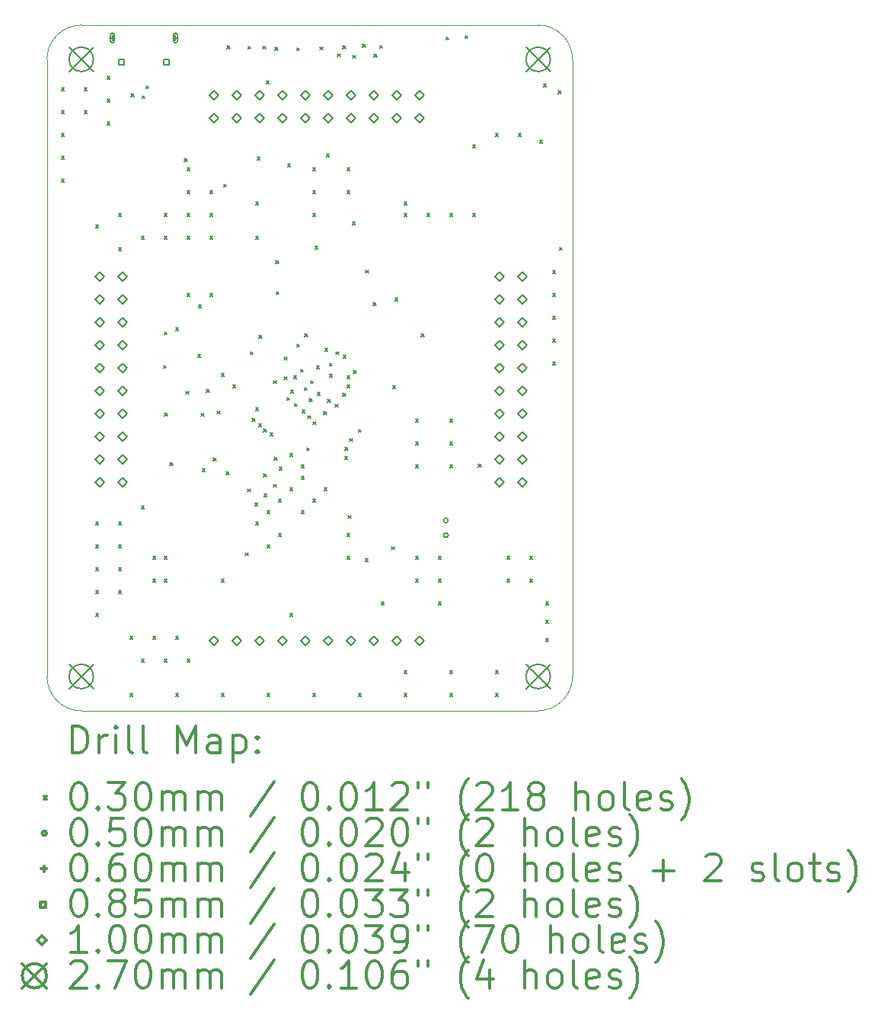
<source format=gbr>
%FSLAX45Y45*%
G04 Gerber Fmt 4.5, Leading zero omitted, Abs format (unit mm)*
G04 Created by KiCad (PCBNEW (5.1.5)-3) date 2020-01-04 01:11:24*
%MOMM*%
%LPD*%
G04 APERTURE LIST*
%TA.AperFunction,Profile*%
%ADD10C,0.100000*%
%TD*%
%ADD11C,0.200000*%
%ADD12C,0.300000*%
G04 APERTURE END LIST*
D10*
X10998200Y-6273800D02*
G75*
G02X11379200Y-5892800I381000J0D01*
G01*
X11379200Y-13512800D02*
X16459200Y-13512800D01*
X10998200Y-6273800D02*
X10998200Y-13131800D01*
X16459200Y-5892800D02*
X11379200Y-5892800D01*
X16840200Y-13131800D02*
X16840200Y-6273800D01*
X16459200Y-5892800D02*
G75*
G02X16840200Y-6273800I0J-381000D01*
G01*
X11379200Y-13512800D02*
G75*
G02X10998200Y-13131800I0J381000D01*
G01*
X16840200Y-13131800D02*
G75*
G02X16459200Y-13512800I-381000J0D01*
G01*
D11*
X11161000Y-6589000D02*
X11191000Y-6619000D01*
X11191000Y-6589000D02*
X11161000Y-6619000D01*
X11161000Y-6843000D02*
X11191000Y-6873000D01*
X11191000Y-6843000D02*
X11161000Y-6873000D01*
X11161000Y-7097000D02*
X11191000Y-7127000D01*
X11191000Y-7097000D02*
X11161000Y-7127000D01*
X11161000Y-7351000D02*
X11191000Y-7381000D01*
X11191000Y-7351000D02*
X11161000Y-7381000D01*
X11161000Y-7605000D02*
X11191000Y-7635000D01*
X11191000Y-7605000D02*
X11161000Y-7635000D01*
X11415000Y-6589000D02*
X11445000Y-6619000D01*
X11445000Y-6589000D02*
X11415000Y-6619000D01*
X11415000Y-6843000D02*
X11445000Y-6873000D01*
X11445000Y-6843000D02*
X11415000Y-6873000D01*
X11542000Y-8113000D02*
X11572000Y-8143000D01*
X11572000Y-8113000D02*
X11542000Y-8143000D01*
X11542000Y-11415000D02*
X11572000Y-11445000D01*
X11572000Y-11415000D02*
X11542000Y-11445000D01*
X11542000Y-11669000D02*
X11572000Y-11699000D01*
X11572000Y-11669000D02*
X11542000Y-11699000D01*
X11542000Y-11923000D02*
X11572000Y-11953000D01*
X11572000Y-11923000D02*
X11542000Y-11953000D01*
X11542000Y-12177000D02*
X11572000Y-12207000D01*
X11572000Y-12177000D02*
X11542000Y-12207000D01*
X11542000Y-12431000D02*
X11572000Y-12461000D01*
X11572000Y-12431000D02*
X11542000Y-12461000D01*
X11669000Y-6462000D02*
X11699000Y-6492000D01*
X11699000Y-6462000D02*
X11669000Y-6492000D01*
X11669000Y-6716000D02*
X11699000Y-6746000D01*
X11699000Y-6716000D02*
X11669000Y-6746000D01*
X11669000Y-6970000D02*
X11699000Y-7000000D01*
X11699000Y-6970000D02*
X11669000Y-7000000D01*
X11796000Y-7986000D02*
X11826000Y-8016000D01*
X11826000Y-7986000D02*
X11796000Y-8016000D01*
X11796000Y-8367000D02*
X11826000Y-8397000D01*
X11826000Y-8367000D02*
X11796000Y-8397000D01*
X11796000Y-11415000D02*
X11826000Y-11445000D01*
X11826000Y-11415000D02*
X11796000Y-11445000D01*
X11796000Y-11669000D02*
X11826000Y-11699000D01*
X11826000Y-11669000D02*
X11796000Y-11699000D01*
X11796000Y-11923000D02*
X11826000Y-11953000D01*
X11826000Y-11923000D02*
X11796000Y-11953000D01*
X11796000Y-12177000D02*
X11826000Y-12207000D01*
X11826000Y-12177000D02*
X11796000Y-12207000D01*
X11923000Y-12685000D02*
X11953000Y-12715000D01*
X11953000Y-12685000D02*
X11923000Y-12715000D01*
X11923000Y-13320000D02*
X11953000Y-13350000D01*
X11953000Y-13320000D02*
X11923000Y-13350000D01*
X11933160Y-6657580D02*
X11963160Y-6687580D01*
X11963160Y-6657580D02*
X11933160Y-6687580D01*
X12047460Y-11237200D02*
X12077460Y-11267200D01*
X12077460Y-11237200D02*
X12047460Y-11267200D01*
X12050000Y-8240000D02*
X12080000Y-8270000D01*
X12080000Y-8240000D02*
X12050000Y-8270000D01*
X12050000Y-12939000D02*
X12080000Y-12969000D01*
X12080000Y-12939000D02*
X12050000Y-12969000D01*
X12057620Y-6680440D02*
X12087620Y-6710440D01*
X12087620Y-6680440D02*
X12057620Y-6710440D01*
X12096990Y-6569950D02*
X12126990Y-6599950D01*
X12126990Y-6569950D02*
X12096990Y-6599950D01*
X12177000Y-11796000D02*
X12207000Y-11826000D01*
X12207000Y-11796000D02*
X12177000Y-11826000D01*
X12177000Y-12050000D02*
X12207000Y-12080000D01*
X12207000Y-12050000D02*
X12177000Y-12080000D01*
X12177000Y-12685000D02*
X12207000Y-12715000D01*
X12207000Y-12685000D02*
X12177000Y-12715000D01*
X12295000Y-9675000D02*
X12325000Y-9705000D01*
X12325000Y-9675000D02*
X12295000Y-9705000D01*
X12301460Y-9304260D02*
X12331460Y-9334260D01*
X12331460Y-9304260D02*
X12301460Y-9334260D01*
X12304000Y-7986000D02*
X12334000Y-8016000D01*
X12334000Y-7986000D02*
X12304000Y-8016000D01*
X12304000Y-8240000D02*
X12334000Y-8270000D01*
X12334000Y-8240000D02*
X12304000Y-8270000D01*
X12304000Y-11796000D02*
X12334000Y-11826000D01*
X12334000Y-11796000D02*
X12304000Y-11826000D01*
X12304000Y-12050000D02*
X12334000Y-12080000D01*
X12334000Y-12050000D02*
X12304000Y-12080000D01*
X12304000Y-12939000D02*
X12334000Y-12969000D01*
X12334000Y-12939000D02*
X12304000Y-12969000D01*
X12305000Y-10205000D02*
X12335000Y-10235000D01*
X12335000Y-10205000D02*
X12305000Y-10235000D01*
X12365000Y-10755000D02*
X12395000Y-10785000D01*
X12395000Y-10755000D02*
X12365000Y-10785000D01*
X12431000Y-9256000D02*
X12461000Y-9286000D01*
X12461000Y-9256000D02*
X12431000Y-9286000D01*
X12431000Y-12685000D02*
X12461000Y-12715000D01*
X12461000Y-12685000D02*
X12431000Y-12715000D01*
X12431000Y-13320000D02*
X12461000Y-13350000D01*
X12461000Y-13320000D02*
X12431000Y-13350000D01*
X12527012Y-7378940D02*
X12557012Y-7408940D01*
X12557012Y-7378940D02*
X12527012Y-7408940D01*
X12545000Y-9965000D02*
X12575000Y-9995000D01*
X12575000Y-9965000D02*
X12545000Y-9995000D01*
X12558000Y-7478000D02*
X12588000Y-7508000D01*
X12588000Y-7478000D02*
X12558000Y-7508000D01*
X12558000Y-7732000D02*
X12588000Y-7762000D01*
X12588000Y-7732000D02*
X12558000Y-7762000D01*
X12558000Y-7986000D02*
X12588000Y-8016000D01*
X12588000Y-7986000D02*
X12558000Y-8016000D01*
X12558000Y-8240000D02*
X12588000Y-8270000D01*
X12588000Y-8240000D02*
X12558000Y-8270000D01*
X12558000Y-8875000D02*
X12588000Y-8905000D01*
X12588000Y-8875000D02*
X12558000Y-8905000D01*
X12558000Y-12939000D02*
X12588000Y-12969000D01*
X12588000Y-12939000D02*
X12558000Y-12969000D01*
X12675000Y-9555000D02*
X12705000Y-9585000D01*
X12705000Y-9555000D02*
X12675000Y-9585000D01*
X12685000Y-9002000D02*
X12715000Y-9032000D01*
X12715000Y-9002000D02*
X12685000Y-9032000D01*
X12711924Y-10211040D02*
X12741924Y-10241040D01*
X12741924Y-10211040D02*
X12711924Y-10241040D01*
X12725000Y-10825000D02*
X12755000Y-10855000D01*
X12755000Y-10825000D02*
X12725000Y-10855000D01*
X12771106Y-9944340D02*
X12801106Y-9974340D01*
X12801106Y-9944340D02*
X12771106Y-9974340D01*
X12812000Y-7732000D02*
X12842000Y-7762000D01*
X12842000Y-7732000D02*
X12812000Y-7762000D01*
X12812000Y-7986000D02*
X12842000Y-8016000D01*
X12842000Y-7986000D02*
X12812000Y-8016000D01*
X12812000Y-8240000D02*
X12842000Y-8270000D01*
X12842000Y-8240000D02*
X12812000Y-8270000D01*
X12812000Y-8875000D02*
X12842000Y-8905000D01*
X12842000Y-8875000D02*
X12812000Y-8905000D01*
X12847052Y-10702784D02*
X12877052Y-10732784D01*
X12877052Y-10702784D02*
X12847052Y-10732784D01*
X12889470Y-10182592D02*
X12919470Y-10212592D01*
X12919470Y-10182592D02*
X12889470Y-10212592D01*
X12939000Y-9764000D02*
X12969000Y-9794000D01*
X12969000Y-9764000D02*
X12939000Y-9794000D01*
X12939000Y-12050000D02*
X12969000Y-12080000D01*
X12969000Y-12050000D02*
X12939000Y-12080000D01*
X12939000Y-13320000D02*
X12969000Y-13350000D01*
X12969000Y-13320000D02*
X12939000Y-13350000D01*
X12963390Y-7661890D02*
X12993390Y-7691890D01*
X12993390Y-7661890D02*
X12963390Y-7691890D01*
X12991324Y-10855692D02*
X13021324Y-10885692D01*
X13021324Y-10855692D02*
X12991324Y-10885692D01*
X13000214Y-6126466D02*
X13030214Y-6156466D01*
X13030214Y-6126466D02*
X13000214Y-6156466D01*
X13066000Y-9891000D02*
X13096000Y-9921000D01*
X13096000Y-9891000D02*
X13066000Y-9921000D01*
X13205700Y-11757900D02*
X13235700Y-11787900D01*
X13235700Y-11757900D02*
X13205700Y-11787900D01*
X13228052Y-11046192D02*
X13258052Y-11076192D01*
X13258052Y-11046192D02*
X13228052Y-11076192D01*
X13233894Y-6129260D02*
X13263894Y-6159260D01*
X13263894Y-6129260D02*
X13233894Y-6159260D01*
X13260310Y-9522700D02*
X13290310Y-9552700D01*
X13290310Y-9522700D02*
X13260310Y-9552700D01*
X13281901Y-10265650D02*
X13311901Y-10295650D01*
X13311901Y-10265650D02*
X13281901Y-10295650D01*
X13311528Y-11202312D02*
X13341528Y-11232312D01*
X13341528Y-11202312D02*
X13311528Y-11232312D01*
X13320000Y-7859000D02*
X13350000Y-7889000D01*
X13350000Y-7859000D02*
X13320000Y-7889000D01*
X13320000Y-8240000D02*
X13350000Y-8270000D01*
X13350000Y-8240000D02*
X13320000Y-8270000D01*
X13320000Y-10145000D02*
X13350000Y-10175000D01*
X13350000Y-10145000D02*
X13320000Y-10175000D01*
X13320000Y-11415000D02*
X13350000Y-11445000D01*
X13350000Y-11415000D02*
X13320000Y-11445000D01*
X13335240Y-7361160D02*
X13365240Y-7391160D01*
X13365240Y-7361160D02*
X13335240Y-7391160D01*
X13350574Y-10321970D02*
X13380574Y-10351970D01*
X13380574Y-10321970D02*
X13350574Y-10351970D01*
X13354290Y-9343630D02*
X13384290Y-9373630D01*
X13384290Y-9343630D02*
X13354290Y-9373630D01*
X13397216Y-6129260D02*
X13427216Y-6159260D01*
X13427216Y-6129260D02*
X13397216Y-6159260D01*
X13405620Y-10385422D02*
X13435620Y-10415422D01*
X13435620Y-10385422D02*
X13405620Y-10415422D01*
X13407122Y-10881854D02*
X13437122Y-10911854D01*
X13437122Y-10881854D02*
X13407122Y-10911854D01*
X13410461Y-11103379D02*
X13440461Y-11133379D01*
X13440461Y-11103379D02*
X13410461Y-11133379D01*
X13436840Y-6515340D02*
X13466840Y-6545340D01*
X13466840Y-6515340D02*
X13436840Y-6545340D01*
X13447000Y-11288000D02*
X13477000Y-11318000D01*
X13477000Y-11288000D02*
X13447000Y-11318000D01*
X13447000Y-11669000D02*
X13477000Y-11699000D01*
X13477000Y-11669000D02*
X13447000Y-11699000D01*
X13447000Y-13320000D02*
X13477000Y-13350000D01*
X13477000Y-13320000D02*
X13447000Y-13350000D01*
X13479308Y-10425749D02*
X13509308Y-10455749D01*
X13509308Y-10425749D02*
X13479308Y-10455749D01*
X13516850Y-9845280D02*
X13546850Y-9875280D01*
X13546850Y-9845280D02*
X13516850Y-9875280D01*
X13518284Y-10995556D02*
X13548284Y-11025556D01*
X13548284Y-10995556D02*
X13518284Y-11025556D01*
X13525486Y-10696180D02*
X13555486Y-10726180D01*
X13555486Y-10696180D02*
X13525486Y-10726180D01*
X13534630Y-6140944D02*
X13564630Y-6170944D01*
X13564630Y-6140944D02*
X13534630Y-6170944D01*
X13544028Y-8510510D02*
X13574028Y-8540510D01*
X13574028Y-8510510D02*
X13544028Y-8540510D01*
X13544790Y-8854210D02*
X13574790Y-8884210D01*
X13574790Y-8854210D02*
X13544790Y-8884210D01*
X13574000Y-11161000D02*
X13604000Y-11191000D01*
X13604000Y-11161000D02*
X13574000Y-11191000D01*
X13574000Y-11542000D02*
X13604000Y-11572000D01*
X13604000Y-11542000D02*
X13574000Y-11572000D01*
X13579588Y-10807178D02*
X13609588Y-10837178D01*
X13609588Y-10807178D02*
X13579588Y-10837178D01*
X13633690Y-9583660D02*
X13663690Y-9613660D01*
X13663690Y-9583660D02*
X13633690Y-9613660D01*
X13634960Y-9802100D02*
X13664960Y-9832100D01*
X13664960Y-9802100D02*
X13634960Y-9832100D01*
X13665440Y-10031970D02*
X13695440Y-10061970D01*
X13695440Y-10031970D02*
X13665440Y-10061970D01*
X13675600Y-7437360D02*
X13705600Y-7467360D01*
X13705600Y-7437360D02*
X13675600Y-7467360D01*
X13701000Y-10653000D02*
X13731000Y-10683000D01*
X13731000Y-10653000D02*
X13701000Y-10683000D01*
X13701000Y-11034000D02*
X13731000Y-11064000D01*
X13731000Y-11034000D02*
X13701000Y-11064000D01*
X13701000Y-12431000D02*
X13731000Y-12461000D01*
X13731000Y-12431000D02*
X13701000Y-12461000D01*
X13707350Y-9949420D02*
X13737350Y-9979420D01*
X13737350Y-9949420D02*
X13707350Y-9979420D01*
X13740370Y-9789400D02*
X13770370Y-9819400D01*
X13770370Y-9789400D02*
X13740370Y-9819400D01*
X13751800Y-10099280D02*
X13781800Y-10129280D01*
X13781800Y-10099280D02*
X13751800Y-10129280D01*
X13774406Y-9440404D02*
X13804406Y-9470404D01*
X13804406Y-9440404D02*
X13774406Y-9470404D01*
X13776946Y-6143992D02*
X13806946Y-6173992D01*
X13806946Y-6143992D02*
X13776946Y-6173992D01*
X13816570Y-9717010D02*
X13846570Y-9747010D01*
X13846570Y-9717010D02*
X13816570Y-9747010D01*
X13828000Y-10780000D02*
X13858000Y-10810000D01*
X13858000Y-10780000D02*
X13828000Y-10810000D01*
X13828000Y-10907000D02*
X13858000Y-10937000D01*
X13858000Y-10907000D02*
X13828000Y-10937000D01*
X13828000Y-11288000D02*
X13858000Y-11318000D01*
X13858000Y-11288000D02*
X13828000Y-11318000D01*
X13834350Y-10171899D02*
X13864350Y-10201899D01*
X13864350Y-10171899D02*
X13834350Y-10201899D01*
X13860004Y-9920972D02*
X13890004Y-9950972D01*
X13890004Y-9920972D02*
X13860004Y-9950972D01*
X13862290Y-9327120D02*
X13892290Y-9357120D01*
X13892290Y-9327120D02*
X13862290Y-9357120D01*
X13883880Y-10589500D02*
X13913880Y-10619500D01*
X13913880Y-10589500D02*
X13883880Y-10619500D01*
X13896580Y-10233900D02*
X13926580Y-10263900D01*
X13926580Y-10233900D02*
X13896580Y-10263900D01*
X13913344Y-10045432D02*
X13943344Y-10075432D01*
X13943344Y-10045432D02*
X13913344Y-10075432D01*
X13928330Y-9847312D02*
X13958330Y-9877312D01*
X13958330Y-9847312D02*
X13928330Y-9877312D01*
X13955000Y-7478000D02*
X13985000Y-7508000D01*
X13985000Y-7478000D02*
X13955000Y-7508000D01*
X13955000Y-7732000D02*
X13985000Y-7762000D01*
X13985000Y-7732000D02*
X13955000Y-7762000D01*
X13955000Y-7986000D02*
X13985000Y-8016000D01*
X13985000Y-7986000D02*
X13955000Y-8016000D01*
X13955000Y-11161000D02*
X13985000Y-11191000D01*
X13985000Y-11161000D02*
X13955000Y-11191000D01*
X13955000Y-13320000D02*
X13985000Y-13350000D01*
X13985000Y-13320000D02*
X13955000Y-13350000D01*
X13958810Y-10303079D02*
X13988810Y-10333079D01*
X13988810Y-10303079D02*
X13958810Y-10333079D01*
X13979130Y-8350490D02*
X14009130Y-8380490D01*
X14009130Y-8350490D02*
X13979130Y-8380490D01*
X13995386Y-9681450D02*
X14025386Y-9711450D01*
X14025386Y-9681450D02*
X13995386Y-9711450D01*
X14005800Y-9977106D02*
X14035800Y-10007106D01*
X14035800Y-9977106D02*
X14005800Y-10007106D01*
X14033740Y-6138150D02*
X14063740Y-6168150D01*
X14063740Y-6138150D02*
X14033740Y-6168150D01*
X14076920Y-10189450D02*
X14106920Y-10219450D01*
X14106920Y-10189450D02*
X14076920Y-10219450D01*
X14082000Y-11034000D02*
X14112000Y-11064000D01*
X14112000Y-11034000D02*
X14082000Y-11064000D01*
X14089620Y-9487140D02*
X14119620Y-9517140D01*
X14119620Y-9487140D02*
X14089620Y-9517140D01*
X14107400Y-7325600D02*
X14137400Y-7355600D01*
X14137400Y-7325600D02*
X14107400Y-7355600D01*
X14120100Y-10054830D02*
X14150100Y-10084830D01*
X14150100Y-10054830D02*
X14120100Y-10084830D01*
X14139912Y-9775430D02*
X14169912Y-9805430D01*
X14169912Y-9775430D02*
X14139912Y-9805430D01*
X14140166Y-9651224D02*
X14170166Y-9681224D01*
X14170166Y-9651224D02*
X14140166Y-9681224D01*
X14203920Y-10106900D02*
X14233920Y-10136900D01*
X14233920Y-10106900D02*
X14203920Y-10136900D01*
X14209762Y-9523208D02*
X14239762Y-9553208D01*
X14239762Y-9523208D02*
X14209762Y-9553208D01*
X14229320Y-6213842D02*
X14259320Y-6243842D01*
X14259320Y-6213842D02*
X14229320Y-6243842D01*
X14287232Y-9986250D02*
X14317232Y-10016250D01*
X14317232Y-9986250D02*
X14287232Y-10016250D01*
X14287740Y-6126466D02*
X14317740Y-6156466D01*
X14317740Y-6126466D02*
X14287740Y-6156466D01*
X14292820Y-9563340D02*
X14322820Y-9593340D01*
X14322820Y-9563340D02*
X14292820Y-9593340D01*
X14308060Y-10689830D02*
X14338060Y-10719830D01*
X14338060Y-10689830D02*
X14308060Y-10719830D01*
X14313140Y-10586960D02*
X14343140Y-10616960D01*
X14343140Y-10586960D02*
X14313140Y-10616960D01*
X14332698Y-9789400D02*
X14362698Y-9819400D01*
X14362698Y-9789400D02*
X14332698Y-9819400D01*
X14336000Y-7478000D02*
X14366000Y-7508000D01*
X14366000Y-7478000D02*
X14336000Y-7508000D01*
X14336000Y-7732000D02*
X14366000Y-7762000D01*
X14366000Y-7732000D02*
X14336000Y-7762000D01*
X14336000Y-9891000D02*
X14366000Y-9921000D01*
X14366000Y-9891000D02*
X14336000Y-9921000D01*
X14336000Y-11542000D02*
X14366000Y-11572000D01*
X14366000Y-11542000D02*
X14336000Y-11572000D01*
X14336000Y-11796000D02*
X14366000Y-11826000D01*
X14366000Y-11796000D02*
X14336000Y-11826000D01*
X14346160Y-11342610D02*
X14376160Y-11372610D01*
X14376160Y-11342610D02*
X14346160Y-11372610D01*
X14363940Y-10490440D02*
X14393940Y-10520440D01*
X14393940Y-10490440D02*
X14363940Y-10520440D01*
X14394420Y-8081250D02*
X14424420Y-8111250D01*
X14424420Y-8081250D02*
X14394420Y-8111250D01*
X14398738Y-6228574D02*
X14428738Y-6258574D01*
X14428738Y-6228574D02*
X14398738Y-6258574D01*
X14404834Y-9733520D02*
X14434834Y-9763520D01*
X14434834Y-9733520D02*
X14404834Y-9763520D01*
X14460460Y-10388840D02*
X14490460Y-10418840D01*
X14490460Y-10388840D02*
X14460460Y-10418840D01*
X14463000Y-13320000D02*
X14493000Y-13350000D01*
X14493000Y-13320000D02*
X14463000Y-13350000D01*
X14509736Y-6108940D02*
X14539736Y-6138940D01*
X14539736Y-6108940D02*
X14509736Y-6138940D01*
X14539200Y-11821400D02*
X14569200Y-11851400D01*
X14569200Y-11821400D02*
X14539200Y-11851400D01*
X14541740Y-8618460D02*
X14571740Y-8648460D01*
X14571740Y-8618460D02*
X14541740Y-8648460D01*
X14628100Y-8979140D02*
X14658100Y-9009140D01*
X14658100Y-8979140D02*
X14628100Y-9009140D01*
X14635212Y-6219684D02*
X14665212Y-6249684D01*
X14665212Y-6219684D02*
X14635212Y-6249684D01*
X14697950Y-6121132D02*
X14727950Y-6151132D01*
X14727950Y-6121132D02*
X14697950Y-6151132D01*
X14717000Y-12304000D02*
X14747000Y-12334000D01*
X14747000Y-12304000D02*
X14717000Y-12334000D01*
X14831300Y-11692325D02*
X14861300Y-11722325D01*
X14861300Y-11692325D02*
X14831300Y-11722325D01*
X14844000Y-9898620D02*
X14874000Y-9928620D01*
X14874000Y-9898620D02*
X14844000Y-9928620D01*
X14866860Y-8928340D02*
X14896860Y-8958340D01*
X14896860Y-8928340D02*
X14866860Y-8958340D01*
X14971000Y-7859000D02*
X15001000Y-7889000D01*
X15001000Y-7859000D02*
X14971000Y-7889000D01*
X14971000Y-7986000D02*
X15001000Y-8016000D01*
X15001000Y-7986000D02*
X14971000Y-8016000D01*
X14971000Y-13066000D02*
X15001000Y-13096000D01*
X15001000Y-13066000D02*
X14971000Y-13096000D01*
X14971000Y-13320000D02*
X15001000Y-13350000D01*
X15001000Y-13320000D02*
X14971000Y-13350000D01*
X15098000Y-10272000D02*
X15128000Y-10302000D01*
X15128000Y-10272000D02*
X15098000Y-10302000D01*
X15098000Y-10526000D02*
X15128000Y-10556000D01*
X15128000Y-10526000D02*
X15098000Y-10556000D01*
X15098000Y-10780000D02*
X15128000Y-10810000D01*
X15128000Y-10780000D02*
X15098000Y-10810000D01*
X15098000Y-11796000D02*
X15128000Y-11826000D01*
X15128000Y-11796000D02*
X15098000Y-11826000D01*
X15098000Y-12050000D02*
X15128000Y-12080000D01*
X15128000Y-12050000D02*
X15098000Y-12080000D01*
X15158740Y-9324580D02*
X15188740Y-9354580D01*
X15188740Y-9324580D02*
X15158740Y-9354580D01*
X15225000Y-7986000D02*
X15255000Y-8016000D01*
X15255000Y-7986000D02*
X15225000Y-8016000D01*
X15352000Y-11796000D02*
X15382000Y-11826000D01*
X15382000Y-11796000D02*
X15352000Y-11826000D01*
X15352000Y-12050000D02*
X15382000Y-12080000D01*
X15382000Y-12050000D02*
X15352000Y-12080000D01*
X15352000Y-12304000D02*
X15382000Y-12334000D01*
X15382000Y-12304000D02*
X15352000Y-12334000D01*
X15435566Y-6027152D02*
X15465566Y-6057152D01*
X15465566Y-6027152D02*
X15435566Y-6057152D01*
X15479000Y-7986000D02*
X15509000Y-8016000D01*
X15509000Y-7986000D02*
X15479000Y-8016000D01*
X15479000Y-10272000D02*
X15509000Y-10302000D01*
X15509000Y-10272000D02*
X15479000Y-10302000D01*
X15479000Y-10526000D02*
X15509000Y-10556000D01*
X15509000Y-10526000D02*
X15479000Y-10556000D01*
X15479000Y-10780000D02*
X15509000Y-10810000D01*
X15509000Y-10780000D02*
X15479000Y-10810000D01*
X15479000Y-13066000D02*
X15509000Y-13096000D01*
X15509000Y-13066000D02*
X15479000Y-13096000D01*
X15479000Y-13320000D02*
X15509000Y-13350000D01*
X15509000Y-13320000D02*
X15479000Y-13350000D01*
X15645878Y-6009626D02*
X15675878Y-6039626D01*
X15675878Y-6009626D02*
X15645878Y-6039626D01*
X15733000Y-7224000D02*
X15763000Y-7254000D01*
X15763000Y-7224000D02*
X15733000Y-7254000D01*
X15733000Y-7986000D02*
X15763000Y-8016000D01*
X15763000Y-7986000D02*
X15733000Y-8016000D01*
X15795230Y-10773650D02*
X15825230Y-10803650D01*
X15825230Y-10773650D02*
X15795230Y-10803650D01*
X15987000Y-7097000D02*
X16017000Y-7127000D01*
X16017000Y-7097000D02*
X15987000Y-7127000D01*
X15987000Y-13066000D02*
X16017000Y-13096000D01*
X16017000Y-13066000D02*
X15987000Y-13096000D01*
X15987000Y-13320000D02*
X16017000Y-13350000D01*
X16017000Y-13320000D02*
X15987000Y-13350000D01*
X16114000Y-11796000D02*
X16144000Y-11826000D01*
X16144000Y-11796000D02*
X16114000Y-11826000D01*
X16114000Y-12050000D02*
X16144000Y-12080000D01*
X16144000Y-12050000D02*
X16114000Y-12080000D01*
X16241000Y-7097000D02*
X16271000Y-7127000D01*
X16271000Y-7097000D02*
X16241000Y-7127000D01*
X16368000Y-11796000D02*
X16398000Y-11826000D01*
X16398000Y-11796000D02*
X16368000Y-11826000D01*
X16368000Y-12050000D02*
X16398000Y-12080000D01*
X16398000Y-12050000D02*
X16368000Y-12080000D01*
X16476204Y-7172692D02*
X16506204Y-7202692D01*
X16506204Y-7172692D02*
X16476204Y-7202692D01*
X16518114Y-6545566D02*
X16548114Y-6575566D01*
X16548114Y-6545566D02*
X16518114Y-6575566D01*
X16545800Y-12304000D02*
X16575800Y-12334000D01*
X16575800Y-12304000D02*
X16545800Y-12334000D01*
X16545800Y-12507200D02*
X16575800Y-12537200D01*
X16575800Y-12507200D02*
X16545800Y-12537200D01*
X16545800Y-12710400D02*
X16575800Y-12740400D01*
X16575800Y-12710400D02*
X16545800Y-12740400D01*
X16622000Y-8621000D02*
X16652000Y-8651000D01*
X16652000Y-8621000D02*
X16622000Y-8651000D01*
X16622000Y-8875000D02*
X16652000Y-8905000D01*
X16652000Y-8875000D02*
X16622000Y-8905000D01*
X16622000Y-9129000D02*
X16652000Y-9159000D01*
X16652000Y-9129000D02*
X16622000Y-9159000D01*
X16622000Y-9383000D02*
X16652000Y-9413000D01*
X16652000Y-9383000D02*
X16622000Y-9413000D01*
X16622000Y-9637000D02*
X16652000Y-9667000D01*
X16652000Y-9637000D02*
X16622000Y-9667000D01*
X16682706Y-6622782D02*
X16712706Y-6652782D01*
X16712706Y-6622782D02*
X16682706Y-6652782D01*
X16695660Y-8362682D02*
X16725660Y-8392682D01*
X16725660Y-8362682D02*
X16695660Y-8392682D01*
X15458600Y-11397200D02*
G75*
G03X15458600Y-11397200I-25000J0D01*
G01*
X15458600Y-11562300D02*
G75*
G03X15458600Y-11562300I-25000J0D01*
G01*
X11726200Y-6005750D02*
X11726200Y-6065750D01*
X11696200Y-6035750D02*
X11756200Y-6035750D01*
X11746200Y-6070750D02*
X11746200Y-6000750D01*
X11706200Y-6070750D02*
X11706200Y-6000750D01*
X11746200Y-6000750D02*
G75*
G03X11706200Y-6000750I-20000J0D01*
G01*
X11706200Y-6070750D02*
G75*
G03X11746200Y-6070750I20000J0D01*
G01*
X12426200Y-6005750D02*
X12426200Y-6065750D01*
X12396200Y-6035750D02*
X12456200Y-6035750D01*
X12406200Y-6000750D02*
X12406200Y-6070750D01*
X12446200Y-6000750D02*
X12446200Y-6070750D01*
X12406200Y-6070750D02*
G75*
G03X12446200Y-6070750I20000J0D01*
G01*
X12446200Y-6000750D02*
G75*
G03X12406200Y-6000750I-20000J0D01*
G01*
X11856252Y-6335802D02*
X11856252Y-6275698D01*
X11796148Y-6275698D01*
X11796148Y-6335802D01*
X11856252Y-6335802D01*
X12356252Y-6335802D02*
X12356252Y-6275698D01*
X12296148Y-6275698D01*
X12296148Y-6335802D01*
X12356252Y-6335802D01*
X12852400Y-12784800D02*
X12902400Y-12734800D01*
X12852400Y-12684800D01*
X12802400Y-12734800D01*
X12852400Y-12784800D01*
X13106400Y-12784800D02*
X13156400Y-12734800D01*
X13106400Y-12684800D01*
X13056400Y-12734800D01*
X13106400Y-12784800D01*
X13360400Y-12784800D02*
X13410400Y-12734800D01*
X13360400Y-12684800D01*
X13310400Y-12734800D01*
X13360400Y-12784800D01*
X13614400Y-12784800D02*
X13664400Y-12734800D01*
X13614400Y-12684800D01*
X13564400Y-12734800D01*
X13614400Y-12784800D01*
X13868400Y-12784800D02*
X13918400Y-12734800D01*
X13868400Y-12684800D01*
X13818400Y-12734800D01*
X13868400Y-12784800D01*
X14122400Y-12784800D02*
X14172400Y-12734800D01*
X14122400Y-12684800D01*
X14072400Y-12734800D01*
X14122400Y-12784800D01*
X14376400Y-12784800D02*
X14426400Y-12734800D01*
X14376400Y-12684800D01*
X14326400Y-12734800D01*
X14376400Y-12784800D01*
X14630400Y-12784800D02*
X14680400Y-12734800D01*
X14630400Y-12684800D01*
X14580400Y-12734800D01*
X14630400Y-12784800D01*
X14884400Y-12784800D02*
X14934400Y-12734800D01*
X14884400Y-12684800D01*
X14834400Y-12734800D01*
X14884400Y-12784800D01*
X15138400Y-12784800D02*
X15188400Y-12734800D01*
X15138400Y-12684800D01*
X15088400Y-12734800D01*
X15138400Y-12784800D01*
X11582400Y-8736800D02*
X11632400Y-8686800D01*
X11582400Y-8636800D01*
X11532400Y-8686800D01*
X11582400Y-8736800D01*
X11582400Y-8990800D02*
X11632400Y-8940800D01*
X11582400Y-8890800D01*
X11532400Y-8940800D01*
X11582400Y-8990800D01*
X11582400Y-9244800D02*
X11632400Y-9194800D01*
X11582400Y-9144800D01*
X11532400Y-9194800D01*
X11582400Y-9244800D01*
X11582400Y-9498800D02*
X11632400Y-9448800D01*
X11582400Y-9398800D01*
X11532400Y-9448800D01*
X11582400Y-9498800D01*
X11582400Y-9752800D02*
X11632400Y-9702800D01*
X11582400Y-9652800D01*
X11532400Y-9702800D01*
X11582400Y-9752800D01*
X11582400Y-10006800D02*
X11632400Y-9956800D01*
X11582400Y-9906800D01*
X11532400Y-9956800D01*
X11582400Y-10006800D01*
X11582400Y-10260800D02*
X11632400Y-10210800D01*
X11582400Y-10160800D01*
X11532400Y-10210800D01*
X11582400Y-10260800D01*
X11582400Y-10514800D02*
X11632400Y-10464800D01*
X11582400Y-10414800D01*
X11532400Y-10464800D01*
X11582400Y-10514800D01*
X11582400Y-10768800D02*
X11632400Y-10718800D01*
X11582400Y-10668800D01*
X11532400Y-10718800D01*
X11582400Y-10768800D01*
X11582400Y-11022800D02*
X11632400Y-10972800D01*
X11582400Y-10922800D01*
X11532400Y-10972800D01*
X11582400Y-11022800D01*
X11836400Y-8737800D02*
X11886400Y-8687800D01*
X11836400Y-8637800D01*
X11786400Y-8687800D01*
X11836400Y-8737800D01*
X11836400Y-8991800D02*
X11886400Y-8941800D01*
X11836400Y-8891800D01*
X11786400Y-8941800D01*
X11836400Y-8991800D01*
X11836400Y-9245800D02*
X11886400Y-9195800D01*
X11836400Y-9145800D01*
X11786400Y-9195800D01*
X11836400Y-9245800D01*
X11836400Y-9499800D02*
X11886400Y-9449800D01*
X11836400Y-9399800D01*
X11786400Y-9449800D01*
X11836400Y-9499800D01*
X11836400Y-9753800D02*
X11886400Y-9703800D01*
X11836400Y-9653800D01*
X11786400Y-9703800D01*
X11836400Y-9753800D01*
X11836400Y-10007800D02*
X11886400Y-9957800D01*
X11836400Y-9907800D01*
X11786400Y-9957800D01*
X11836400Y-10007800D01*
X11836400Y-10261800D02*
X11886400Y-10211800D01*
X11836400Y-10161800D01*
X11786400Y-10211800D01*
X11836400Y-10261800D01*
X11836400Y-10515800D02*
X11886400Y-10465800D01*
X11836400Y-10415800D01*
X11786400Y-10465800D01*
X11836400Y-10515800D01*
X11836400Y-10769800D02*
X11886400Y-10719800D01*
X11836400Y-10669800D01*
X11786400Y-10719800D01*
X11836400Y-10769800D01*
X11836400Y-11023800D02*
X11886400Y-10973800D01*
X11836400Y-10923800D01*
X11786400Y-10973800D01*
X11836400Y-11023800D01*
X12852400Y-6720800D02*
X12902400Y-6670800D01*
X12852400Y-6620800D01*
X12802400Y-6670800D01*
X12852400Y-6720800D01*
X13106400Y-6720800D02*
X13156400Y-6670800D01*
X13106400Y-6620800D01*
X13056400Y-6670800D01*
X13106400Y-6720800D01*
X13360400Y-6720800D02*
X13410400Y-6670800D01*
X13360400Y-6620800D01*
X13310400Y-6670800D01*
X13360400Y-6720800D01*
X13614400Y-6720800D02*
X13664400Y-6670800D01*
X13614400Y-6620800D01*
X13564400Y-6670800D01*
X13614400Y-6720800D01*
X13868400Y-6720800D02*
X13918400Y-6670800D01*
X13868400Y-6620800D01*
X13818400Y-6670800D01*
X13868400Y-6720800D01*
X14122400Y-6720800D02*
X14172400Y-6670800D01*
X14122400Y-6620800D01*
X14072400Y-6670800D01*
X14122400Y-6720800D01*
X14376400Y-6720800D02*
X14426400Y-6670800D01*
X14376400Y-6620800D01*
X14326400Y-6670800D01*
X14376400Y-6720800D01*
X14630400Y-6720800D02*
X14680400Y-6670800D01*
X14630400Y-6620800D01*
X14580400Y-6670800D01*
X14630400Y-6720800D01*
X14884400Y-6720800D02*
X14934400Y-6670800D01*
X14884400Y-6620800D01*
X14834400Y-6670800D01*
X14884400Y-6720800D01*
X15138400Y-6720800D02*
X15188400Y-6670800D01*
X15138400Y-6620800D01*
X15088400Y-6670800D01*
X15138400Y-6720800D01*
X12852400Y-6974800D02*
X12902400Y-6924800D01*
X12852400Y-6874800D01*
X12802400Y-6924800D01*
X12852400Y-6974800D01*
X13106400Y-6974800D02*
X13156400Y-6924800D01*
X13106400Y-6874800D01*
X13056400Y-6924800D01*
X13106400Y-6974800D01*
X13360400Y-6974800D02*
X13410400Y-6924800D01*
X13360400Y-6874800D01*
X13310400Y-6924800D01*
X13360400Y-6974800D01*
X13614400Y-6974800D02*
X13664400Y-6924800D01*
X13614400Y-6874800D01*
X13564400Y-6924800D01*
X13614400Y-6974800D01*
X13868400Y-6974800D02*
X13918400Y-6924800D01*
X13868400Y-6874800D01*
X13818400Y-6924800D01*
X13868400Y-6974800D01*
X14122400Y-6974800D02*
X14172400Y-6924800D01*
X14122400Y-6874800D01*
X14072400Y-6924800D01*
X14122400Y-6974800D01*
X14376400Y-6974800D02*
X14426400Y-6924800D01*
X14376400Y-6874800D01*
X14326400Y-6924800D01*
X14376400Y-6974800D01*
X14630400Y-6974800D02*
X14680400Y-6924800D01*
X14630400Y-6874800D01*
X14580400Y-6924800D01*
X14630400Y-6974800D01*
X14884400Y-6974800D02*
X14934400Y-6924800D01*
X14884400Y-6874800D01*
X14834400Y-6924800D01*
X14884400Y-6974800D01*
X15138400Y-6974800D02*
X15188400Y-6924800D01*
X15138400Y-6874800D01*
X15088400Y-6924800D01*
X15138400Y-6974800D01*
X16027400Y-8736800D02*
X16077400Y-8686800D01*
X16027400Y-8636800D01*
X15977400Y-8686800D01*
X16027400Y-8736800D01*
X16027400Y-8990800D02*
X16077400Y-8940800D01*
X16027400Y-8890800D01*
X15977400Y-8940800D01*
X16027400Y-8990800D01*
X16027400Y-9244800D02*
X16077400Y-9194800D01*
X16027400Y-9144800D01*
X15977400Y-9194800D01*
X16027400Y-9244800D01*
X16027400Y-9498800D02*
X16077400Y-9448800D01*
X16027400Y-9398800D01*
X15977400Y-9448800D01*
X16027400Y-9498800D01*
X16027400Y-9752800D02*
X16077400Y-9702800D01*
X16027400Y-9652800D01*
X15977400Y-9702800D01*
X16027400Y-9752800D01*
X16027400Y-10006800D02*
X16077400Y-9956800D01*
X16027400Y-9906800D01*
X15977400Y-9956800D01*
X16027400Y-10006800D01*
X16027400Y-10260800D02*
X16077400Y-10210800D01*
X16027400Y-10160800D01*
X15977400Y-10210800D01*
X16027400Y-10260800D01*
X16027400Y-10514800D02*
X16077400Y-10464800D01*
X16027400Y-10414800D01*
X15977400Y-10464800D01*
X16027400Y-10514800D01*
X16027400Y-10768800D02*
X16077400Y-10718800D01*
X16027400Y-10668800D01*
X15977400Y-10718800D01*
X16027400Y-10768800D01*
X16027400Y-11022800D02*
X16077400Y-10972800D01*
X16027400Y-10922800D01*
X15977400Y-10972800D01*
X16027400Y-11022800D01*
X16281400Y-8736800D02*
X16331400Y-8686800D01*
X16281400Y-8636800D01*
X16231400Y-8686800D01*
X16281400Y-8736800D01*
X16281400Y-8990800D02*
X16331400Y-8940800D01*
X16281400Y-8890800D01*
X16231400Y-8940800D01*
X16281400Y-8990800D01*
X16281400Y-9244800D02*
X16331400Y-9194800D01*
X16281400Y-9144800D01*
X16231400Y-9194800D01*
X16281400Y-9244800D01*
X16281400Y-9498800D02*
X16331400Y-9448800D01*
X16281400Y-9398800D01*
X16231400Y-9448800D01*
X16281400Y-9498800D01*
X16281400Y-9752800D02*
X16331400Y-9702800D01*
X16281400Y-9652800D01*
X16231400Y-9702800D01*
X16281400Y-9752800D01*
X16281400Y-10006800D02*
X16331400Y-9956800D01*
X16281400Y-9906800D01*
X16231400Y-9956800D01*
X16281400Y-10006800D01*
X16281400Y-10260800D02*
X16331400Y-10210800D01*
X16281400Y-10160800D01*
X16231400Y-10210800D01*
X16281400Y-10260800D01*
X16281400Y-10514800D02*
X16331400Y-10464800D01*
X16281400Y-10414800D01*
X16231400Y-10464800D01*
X16281400Y-10514800D01*
X16281400Y-10768800D02*
X16331400Y-10718800D01*
X16281400Y-10668800D01*
X16231400Y-10718800D01*
X16281400Y-10768800D01*
X16281400Y-11022800D02*
X16331400Y-10972800D01*
X16281400Y-10922800D01*
X16231400Y-10972800D01*
X16281400Y-11022800D01*
X16324200Y-12996800D02*
X16594200Y-13266800D01*
X16594200Y-12996800D02*
X16324200Y-13266800D01*
X16594200Y-13131800D02*
G75*
G03X16594200Y-13131800I-135000J0D01*
G01*
X11244200Y-6138800D02*
X11514200Y-6408800D01*
X11514200Y-6138800D02*
X11244200Y-6408800D01*
X11514200Y-6273800D02*
G75*
G03X11514200Y-6273800I-135000J0D01*
G01*
X11244200Y-12996800D02*
X11514200Y-13266800D01*
X11514200Y-12996800D02*
X11244200Y-13266800D01*
X11514200Y-13131800D02*
G75*
G03X11514200Y-13131800I-135000J0D01*
G01*
X16324200Y-6138800D02*
X16594200Y-6408800D01*
X16594200Y-6138800D02*
X16324200Y-6408800D01*
X16594200Y-6273800D02*
G75*
G03X16594200Y-6273800I-135000J0D01*
G01*
D12*
X11279628Y-13983514D02*
X11279628Y-13683514D01*
X11351057Y-13683514D01*
X11393914Y-13697800D01*
X11422486Y-13726371D01*
X11436771Y-13754943D01*
X11451057Y-13812086D01*
X11451057Y-13854943D01*
X11436771Y-13912086D01*
X11422486Y-13940657D01*
X11393914Y-13969229D01*
X11351057Y-13983514D01*
X11279628Y-13983514D01*
X11579628Y-13983514D02*
X11579628Y-13783514D01*
X11579628Y-13840657D02*
X11593914Y-13812086D01*
X11608200Y-13797800D01*
X11636771Y-13783514D01*
X11665343Y-13783514D01*
X11765343Y-13983514D02*
X11765343Y-13783514D01*
X11765343Y-13683514D02*
X11751057Y-13697800D01*
X11765343Y-13712086D01*
X11779628Y-13697800D01*
X11765343Y-13683514D01*
X11765343Y-13712086D01*
X11951057Y-13983514D02*
X11922486Y-13969229D01*
X11908200Y-13940657D01*
X11908200Y-13683514D01*
X12108200Y-13983514D02*
X12079628Y-13969229D01*
X12065343Y-13940657D01*
X12065343Y-13683514D01*
X12451057Y-13983514D02*
X12451057Y-13683514D01*
X12551057Y-13897800D01*
X12651057Y-13683514D01*
X12651057Y-13983514D01*
X12922486Y-13983514D02*
X12922486Y-13826371D01*
X12908200Y-13797800D01*
X12879628Y-13783514D01*
X12822486Y-13783514D01*
X12793914Y-13797800D01*
X12922486Y-13969229D02*
X12893914Y-13983514D01*
X12822486Y-13983514D01*
X12793914Y-13969229D01*
X12779628Y-13940657D01*
X12779628Y-13912086D01*
X12793914Y-13883514D01*
X12822486Y-13869229D01*
X12893914Y-13869229D01*
X12922486Y-13854943D01*
X13065343Y-13783514D02*
X13065343Y-14083514D01*
X13065343Y-13797800D02*
X13093914Y-13783514D01*
X13151057Y-13783514D01*
X13179628Y-13797800D01*
X13193914Y-13812086D01*
X13208200Y-13840657D01*
X13208200Y-13926371D01*
X13193914Y-13954943D01*
X13179628Y-13969229D01*
X13151057Y-13983514D01*
X13093914Y-13983514D01*
X13065343Y-13969229D01*
X13336771Y-13954943D02*
X13351057Y-13969229D01*
X13336771Y-13983514D01*
X13322486Y-13969229D01*
X13336771Y-13954943D01*
X13336771Y-13983514D01*
X13336771Y-13797800D02*
X13351057Y-13812086D01*
X13336771Y-13826371D01*
X13322486Y-13812086D01*
X13336771Y-13797800D01*
X13336771Y-13826371D01*
X10963200Y-14462800D02*
X10993200Y-14492800D01*
X10993200Y-14462800D02*
X10963200Y-14492800D01*
X11336771Y-14313514D02*
X11365343Y-14313514D01*
X11393914Y-14327800D01*
X11408200Y-14342086D01*
X11422486Y-14370657D01*
X11436771Y-14427800D01*
X11436771Y-14499229D01*
X11422486Y-14556371D01*
X11408200Y-14584943D01*
X11393914Y-14599229D01*
X11365343Y-14613514D01*
X11336771Y-14613514D01*
X11308200Y-14599229D01*
X11293914Y-14584943D01*
X11279628Y-14556371D01*
X11265343Y-14499229D01*
X11265343Y-14427800D01*
X11279628Y-14370657D01*
X11293914Y-14342086D01*
X11308200Y-14327800D01*
X11336771Y-14313514D01*
X11565343Y-14584943D02*
X11579628Y-14599229D01*
X11565343Y-14613514D01*
X11551057Y-14599229D01*
X11565343Y-14584943D01*
X11565343Y-14613514D01*
X11679628Y-14313514D02*
X11865343Y-14313514D01*
X11765343Y-14427800D01*
X11808200Y-14427800D01*
X11836771Y-14442086D01*
X11851057Y-14456371D01*
X11865343Y-14484943D01*
X11865343Y-14556371D01*
X11851057Y-14584943D01*
X11836771Y-14599229D01*
X11808200Y-14613514D01*
X11722486Y-14613514D01*
X11693914Y-14599229D01*
X11679628Y-14584943D01*
X12051057Y-14313514D02*
X12079628Y-14313514D01*
X12108200Y-14327800D01*
X12122486Y-14342086D01*
X12136771Y-14370657D01*
X12151057Y-14427800D01*
X12151057Y-14499229D01*
X12136771Y-14556371D01*
X12122486Y-14584943D01*
X12108200Y-14599229D01*
X12079628Y-14613514D01*
X12051057Y-14613514D01*
X12022486Y-14599229D01*
X12008200Y-14584943D01*
X11993914Y-14556371D01*
X11979628Y-14499229D01*
X11979628Y-14427800D01*
X11993914Y-14370657D01*
X12008200Y-14342086D01*
X12022486Y-14327800D01*
X12051057Y-14313514D01*
X12279628Y-14613514D02*
X12279628Y-14413514D01*
X12279628Y-14442086D02*
X12293914Y-14427800D01*
X12322486Y-14413514D01*
X12365343Y-14413514D01*
X12393914Y-14427800D01*
X12408200Y-14456371D01*
X12408200Y-14613514D01*
X12408200Y-14456371D02*
X12422486Y-14427800D01*
X12451057Y-14413514D01*
X12493914Y-14413514D01*
X12522486Y-14427800D01*
X12536771Y-14456371D01*
X12536771Y-14613514D01*
X12679628Y-14613514D02*
X12679628Y-14413514D01*
X12679628Y-14442086D02*
X12693914Y-14427800D01*
X12722486Y-14413514D01*
X12765343Y-14413514D01*
X12793914Y-14427800D01*
X12808200Y-14456371D01*
X12808200Y-14613514D01*
X12808200Y-14456371D02*
X12822486Y-14427800D01*
X12851057Y-14413514D01*
X12893914Y-14413514D01*
X12922486Y-14427800D01*
X12936771Y-14456371D01*
X12936771Y-14613514D01*
X13522486Y-14299229D02*
X13265343Y-14684943D01*
X13908200Y-14313514D02*
X13936771Y-14313514D01*
X13965343Y-14327800D01*
X13979628Y-14342086D01*
X13993914Y-14370657D01*
X14008200Y-14427800D01*
X14008200Y-14499229D01*
X13993914Y-14556371D01*
X13979628Y-14584943D01*
X13965343Y-14599229D01*
X13936771Y-14613514D01*
X13908200Y-14613514D01*
X13879628Y-14599229D01*
X13865343Y-14584943D01*
X13851057Y-14556371D01*
X13836771Y-14499229D01*
X13836771Y-14427800D01*
X13851057Y-14370657D01*
X13865343Y-14342086D01*
X13879628Y-14327800D01*
X13908200Y-14313514D01*
X14136771Y-14584943D02*
X14151057Y-14599229D01*
X14136771Y-14613514D01*
X14122486Y-14599229D01*
X14136771Y-14584943D01*
X14136771Y-14613514D01*
X14336771Y-14313514D02*
X14365343Y-14313514D01*
X14393914Y-14327800D01*
X14408200Y-14342086D01*
X14422486Y-14370657D01*
X14436771Y-14427800D01*
X14436771Y-14499229D01*
X14422486Y-14556371D01*
X14408200Y-14584943D01*
X14393914Y-14599229D01*
X14365343Y-14613514D01*
X14336771Y-14613514D01*
X14308200Y-14599229D01*
X14293914Y-14584943D01*
X14279628Y-14556371D01*
X14265343Y-14499229D01*
X14265343Y-14427800D01*
X14279628Y-14370657D01*
X14293914Y-14342086D01*
X14308200Y-14327800D01*
X14336771Y-14313514D01*
X14722486Y-14613514D02*
X14551057Y-14613514D01*
X14636771Y-14613514D02*
X14636771Y-14313514D01*
X14608200Y-14356371D01*
X14579628Y-14384943D01*
X14551057Y-14399229D01*
X14836771Y-14342086D02*
X14851057Y-14327800D01*
X14879628Y-14313514D01*
X14951057Y-14313514D01*
X14979628Y-14327800D01*
X14993914Y-14342086D01*
X15008200Y-14370657D01*
X15008200Y-14399229D01*
X14993914Y-14442086D01*
X14822486Y-14613514D01*
X15008200Y-14613514D01*
X15122486Y-14313514D02*
X15122486Y-14370657D01*
X15236771Y-14313514D02*
X15236771Y-14370657D01*
X15679628Y-14727800D02*
X15665343Y-14713514D01*
X15636771Y-14670657D01*
X15622486Y-14642086D01*
X15608200Y-14599229D01*
X15593914Y-14527800D01*
X15593914Y-14470657D01*
X15608200Y-14399229D01*
X15622486Y-14356371D01*
X15636771Y-14327800D01*
X15665343Y-14284943D01*
X15679628Y-14270657D01*
X15779628Y-14342086D02*
X15793914Y-14327800D01*
X15822486Y-14313514D01*
X15893914Y-14313514D01*
X15922486Y-14327800D01*
X15936771Y-14342086D01*
X15951057Y-14370657D01*
X15951057Y-14399229D01*
X15936771Y-14442086D01*
X15765343Y-14613514D01*
X15951057Y-14613514D01*
X16236771Y-14613514D02*
X16065343Y-14613514D01*
X16151057Y-14613514D02*
X16151057Y-14313514D01*
X16122486Y-14356371D01*
X16093914Y-14384943D01*
X16065343Y-14399229D01*
X16408200Y-14442086D02*
X16379628Y-14427800D01*
X16365343Y-14413514D01*
X16351057Y-14384943D01*
X16351057Y-14370657D01*
X16365343Y-14342086D01*
X16379628Y-14327800D01*
X16408200Y-14313514D01*
X16465343Y-14313514D01*
X16493914Y-14327800D01*
X16508200Y-14342086D01*
X16522486Y-14370657D01*
X16522486Y-14384943D01*
X16508200Y-14413514D01*
X16493914Y-14427800D01*
X16465343Y-14442086D01*
X16408200Y-14442086D01*
X16379628Y-14456371D01*
X16365343Y-14470657D01*
X16351057Y-14499229D01*
X16351057Y-14556371D01*
X16365343Y-14584943D01*
X16379628Y-14599229D01*
X16408200Y-14613514D01*
X16465343Y-14613514D01*
X16493914Y-14599229D01*
X16508200Y-14584943D01*
X16522486Y-14556371D01*
X16522486Y-14499229D01*
X16508200Y-14470657D01*
X16493914Y-14456371D01*
X16465343Y-14442086D01*
X16879628Y-14613514D02*
X16879628Y-14313514D01*
X17008200Y-14613514D02*
X17008200Y-14456371D01*
X16993914Y-14427800D01*
X16965343Y-14413514D01*
X16922486Y-14413514D01*
X16893914Y-14427800D01*
X16879628Y-14442086D01*
X17193914Y-14613514D02*
X17165343Y-14599229D01*
X17151057Y-14584943D01*
X17136771Y-14556371D01*
X17136771Y-14470657D01*
X17151057Y-14442086D01*
X17165343Y-14427800D01*
X17193914Y-14413514D01*
X17236771Y-14413514D01*
X17265343Y-14427800D01*
X17279628Y-14442086D01*
X17293914Y-14470657D01*
X17293914Y-14556371D01*
X17279628Y-14584943D01*
X17265343Y-14599229D01*
X17236771Y-14613514D01*
X17193914Y-14613514D01*
X17465343Y-14613514D02*
X17436771Y-14599229D01*
X17422486Y-14570657D01*
X17422486Y-14313514D01*
X17693914Y-14599229D02*
X17665343Y-14613514D01*
X17608200Y-14613514D01*
X17579628Y-14599229D01*
X17565343Y-14570657D01*
X17565343Y-14456371D01*
X17579628Y-14427800D01*
X17608200Y-14413514D01*
X17665343Y-14413514D01*
X17693914Y-14427800D01*
X17708200Y-14456371D01*
X17708200Y-14484943D01*
X17565343Y-14513514D01*
X17822486Y-14599229D02*
X17851057Y-14613514D01*
X17908200Y-14613514D01*
X17936771Y-14599229D01*
X17951057Y-14570657D01*
X17951057Y-14556371D01*
X17936771Y-14527800D01*
X17908200Y-14513514D01*
X17865343Y-14513514D01*
X17836771Y-14499229D01*
X17822486Y-14470657D01*
X17822486Y-14456371D01*
X17836771Y-14427800D01*
X17865343Y-14413514D01*
X17908200Y-14413514D01*
X17936771Y-14427800D01*
X18051057Y-14727800D02*
X18065343Y-14713514D01*
X18093914Y-14670657D01*
X18108200Y-14642086D01*
X18122486Y-14599229D01*
X18136771Y-14527800D01*
X18136771Y-14470657D01*
X18122486Y-14399229D01*
X18108200Y-14356371D01*
X18093914Y-14327800D01*
X18065343Y-14284943D01*
X18051057Y-14270657D01*
X10993200Y-14873800D02*
G75*
G03X10993200Y-14873800I-25000J0D01*
G01*
X11336771Y-14709514D02*
X11365343Y-14709514D01*
X11393914Y-14723800D01*
X11408200Y-14738086D01*
X11422486Y-14766657D01*
X11436771Y-14823800D01*
X11436771Y-14895229D01*
X11422486Y-14952371D01*
X11408200Y-14980943D01*
X11393914Y-14995229D01*
X11365343Y-15009514D01*
X11336771Y-15009514D01*
X11308200Y-14995229D01*
X11293914Y-14980943D01*
X11279628Y-14952371D01*
X11265343Y-14895229D01*
X11265343Y-14823800D01*
X11279628Y-14766657D01*
X11293914Y-14738086D01*
X11308200Y-14723800D01*
X11336771Y-14709514D01*
X11565343Y-14980943D02*
X11579628Y-14995229D01*
X11565343Y-15009514D01*
X11551057Y-14995229D01*
X11565343Y-14980943D01*
X11565343Y-15009514D01*
X11851057Y-14709514D02*
X11708200Y-14709514D01*
X11693914Y-14852371D01*
X11708200Y-14838086D01*
X11736771Y-14823800D01*
X11808200Y-14823800D01*
X11836771Y-14838086D01*
X11851057Y-14852371D01*
X11865343Y-14880943D01*
X11865343Y-14952371D01*
X11851057Y-14980943D01*
X11836771Y-14995229D01*
X11808200Y-15009514D01*
X11736771Y-15009514D01*
X11708200Y-14995229D01*
X11693914Y-14980943D01*
X12051057Y-14709514D02*
X12079628Y-14709514D01*
X12108200Y-14723800D01*
X12122486Y-14738086D01*
X12136771Y-14766657D01*
X12151057Y-14823800D01*
X12151057Y-14895229D01*
X12136771Y-14952371D01*
X12122486Y-14980943D01*
X12108200Y-14995229D01*
X12079628Y-15009514D01*
X12051057Y-15009514D01*
X12022486Y-14995229D01*
X12008200Y-14980943D01*
X11993914Y-14952371D01*
X11979628Y-14895229D01*
X11979628Y-14823800D01*
X11993914Y-14766657D01*
X12008200Y-14738086D01*
X12022486Y-14723800D01*
X12051057Y-14709514D01*
X12279628Y-15009514D02*
X12279628Y-14809514D01*
X12279628Y-14838086D02*
X12293914Y-14823800D01*
X12322486Y-14809514D01*
X12365343Y-14809514D01*
X12393914Y-14823800D01*
X12408200Y-14852371D01*
X12408200Y-15009514D01*
X12408200Y-14852371D02*
X12422486Y-14823800D01*
X12451057Y-14809514D01*
X12493914Y-14809514D01*
X12522486Y-14823800D01*
X12536771Y-14852371D01*
X12536771Y-15009514D01*
X12679628Y-15009514D02*
X12679628Y-14809514D01*
X12679628Y-14838086D02*
X12693914Y-14823800D01*
X12722486Y-14809514D01*
X12765343Y-14809514D01*
X12793914Y-14823800D01*
X12808200Y-14852371D01*
X12808200Y-15009514D01*
X12808200Y-14852371D02*
X12822486Y-14823800D01*
X12851057Y-14809514D01*
X12893914Y-14809514D01*
X12922486Y-14823800D01*
X12936771Y-14852371D01*
X12936771Y-15009514D01*
X13522486Y-14695229D02*
X13265343Y-15080943D01*
X13908200Y-14709514D02*
X13936771Y-14709514D01*
X13965343Y-14723800D01*
X13979628Y-14738086D01*
X13993914Y-14766657D01*
X14008200Y-14823800D01*
X14008200Y-14895229D01*
X13993914Y-14952371D01*
X13979628Y-14980943D01*
X13965343Y-14995229D01*
X13936771Y-15009514D01*
X13908200Y-15009514D01*
X13879628Y-14995229D01*
X13865343Y-14980943D01*
X13851057Y-14952371D01*
X13836771Y-14895229D01*
X13836771Y-14823800D01*
X13851057Y-14766657D01*
X13865343Y-14738086D01*
X13879628Y-14723800D01*
X13908200Y-14709514D01*
X14136771Y-14980943D02*
X14151057Y-14995229D01*
X14136771Y-15009514D01*
X14122486Y-14995229D01*
X14136771Y-14980943D01*
X14136771Y-15009514D01*
X14336771Y-14709514D02*
X14365343Y-14709514D01*
X14393914Y-14723800D01*
X14408200Y-14738086D01*
X14422486Y-14766657D01*
X14436771Y-14823800D01*
X14436771Y-14895229D01*
X14422486Y-14952371D01*
X14408200Y-14980943D01*
X14393914Y-14995229D01*
X14365343Y-15009514D01*
X14336771Y-15009514D01*
X14308200Y-14995229D01*
X14293914Y-14980943D01*
X14279628Y-14952371D01*
X14265343Y-14895229D01*
X14265343Y-14823800D01*
X14279628Y-14766657D01*
X14293914Y-14738086D01*
X14308200Y-14723800D01*
X14336771Y-14709514D01*
X14551057Y-14738086D02*
X14565343Y-14723800D01*
X14593914Y-14709514D01*
X14665343Y-14709514D01*
X14693914Y-14723800D01*
X14708200Y-14738086D01*
X14722486Y-14766657D01*
X14722486Y-14795229D01*
X14708200Y-14838086D01*
X14536771Y-15009514D01*
X14722486Y-15009514D01*
X14908200Y-14709514D02*
X14936771Y-14709514D01*
X14965343Y-14723800D01*
X14979628Y-14738086D01*
X14993914Y-14766657D01*
X15008200Y-14823800D01*
X15008200Y-14895229D01*
X14993914Y-14952371D01*
X14979628Y-14980943D01*
X14965343Y-14995229D01*
X14936771Y-15009514D01*
X14908200Y-15009514D01*
X14879628Y-14995229D01*
X14865343Y-14980943D01*
X14851057Y-14952371D01*
X14836771Y-14895229D01*
X14836771Y-14823800D01*
X14851057Y-14766657D01*
X14865343Y-14738086D01*
X14879628Y-14723800D01*
X14908200Y-14709514D01*
X15122486Y-14709514D02*
X15122486Y-14766657D01*
X15236771Y-14709514D02*
X15236771Y-14766657D01*
X15679628Y-15123800D02*
X15665343Y-15109514D01*
X15636771Y-15066657D01*
X15622486Y-15038086D01*
X15608200Y-14995229D01*
X15593914Y-14923800D01*
X15593914Y-14866657D01*
X15608200Y-14795229D01*
X15622486Y-14752371D01*
X15636771Y-14723800D01*
X15665343Y-14680943D01*
X15679628Y-14666657D01*
X15779628Y-14738086D02*
X15793914Y-14723800D01*
X15822486Y-14709514D01*
X15893914Y-14709514D01*
X15922486Y-14723800D01*
X15936771Y-14738086D01*
X15951057Y-14766657D01*
X15951057Y-14795229D01*
X15936771Y-14838086D01*
X15765343Y-15009514D01*
X15951057Y-15009514D01*
X16308200Y-15009514D02*
X16308200Y-14709514D01*
X16436771Y-15009514D02*
X16436771Y-14852371D01*
X16422486Y-14823800D01*
X16393914Y-14809514D01*
X16351057Y-14809514D01*
X16322486Y-14823800D01*
X16308200Y-14838086D01*
X16622486Y-15009514D02*
X16593914Y-14995229D01*
X16579628Y-14980943D01*
X16565343Y-14952371D01*
X16565343Y-14866657D01*
X16579628Y-14838086D01*
X16593914Y-14823800D01*
X16622486Y-14809514D01*
X16665343Y-14809514D01*
X16693914Y-14823800D01*
X16708200Y-14838086D01*
X16722486Y-14866657D01*
X16722486Y-14952371D01*
X16708200Y-14980943D01*
X16693914Y-14995229D01*
X16665343Y-15009514D01*
X16622486Y-15009514D01*
X16893914Y-15009514D02*
X16865343Y-14995229D01*
X16851057Y-14966657D01*
X16851057Y-14709514D01*
X17122486Y-14995229D02*
X17093914Y-15009514D01*
X17036771Y-15009514D01*
X17008200Y-14995229D01*
X16993914Y-14966657D01*
X16993914Y-14852371D01*
X17008200Y-14823800D01*
X17036771Y-14809514D01*
X17093914Y-14809514D01*
X17122486Y-14823800D01*
X17136771Y-14852371D01*
X17136771Y-14880943D01*
X16993914Y-14909514D01*
X17251057Y-14995229D02*
X17279628Y-15009514D01*
X17336771Y-15009514D01*
X17365343Y-14995229D01*
X17379628Y-14966657D01*
X17379628Y-14952371D01*
X17365343Y-14923800D01*
X17336771Y-14909514D01*
X17293914Y-14909514D01*
X17265343Y-14895229D01*
X17251057Y-14866657D01*
X17251057Y-14852371D01*
X17265343Y-14823800D01*
X17293914Y-14809514D01*
X17336771Y-14809514D01*
X17365343Y-14823800D01*
X17479628Y-15123800D02*
X17493914Y-15109514D01*
X17522486Y-15066657D01*
X17536771Y-15038086D01*
X17551057Y-14995229D01*
X17565343Y-14923800D01*
X17565343Y-14866657D01*
X17551057Y-14795229D01*
X17536771Y-14752371D01*
X17522486Y-14723800D01*
X17493914Y-14680943D01*
X17479628Y-14666657D01*
X10963200Y-15239800D02*
X10963200Y-15299800D01*
X10933200Y-15269800D02*
X10993200Y-15269800D01*
X11336771Y-15105514D02*
X11365343Y-15105514D01*
X11393914Y-15119800D01*
X11408200Y-15134086D01*
X11422486Y-15162657D01*
X11436771Y-15219800D01*
X11436771Y-15291229D01*
X11422486Y-15348371D01*
X11408200Y-15376943D01*
X11393914Y-15391229D01*
X11365343Y-15405514D01*
X11336771Y-15405514D01*
X11308200Y-15391229D01*
X11293914Y-15376943D01*
X11279628Y-15348371D01*
X11265343Y-15291229D01*
X11265343Y-15219800D01*
X11279628Y-15162657D01*
X11293914Y-15134086D01*
X11308200Y-15119800D01*
X11336771Y-15105514D01*
X11565343Y-15376943D02*
X11579628Y-15391229D01*
X11565343Y-15405514D01*
X11551057Y-15391229D01*
X11565343Y-15376943D01*
X11565343Y-15405514D01*
X11836771Y-15105514D02*
X11779628Y-15105514D01*
X11751057Y-15119800D01*
X11736771Y-15134086D01*
X11708200Y-15176943D01*
X11693914Y-15234086D01*
X11693914Y-15348371D01*
X11708200Y-15376943D01*
X11722486Y-15391229D01*
X11751057Y-15405514D01*
X11808200Y-15405514D01*
X11836771Y-15391229D01*
X11851057Y-15376943D01*
X11865343Y-15348371D01*
X11865343Y-15276943D01*
X11851057Y-15248371D01*
X11836771Y-15234086D01*
X11808200Y-15219800D01*
X11751057Y-15219800D01*
X11722486Y-15234086D01*
X11708200Y-15248371D01*
X11693914Y-15276943D01*
X12051057Y-15105514D02*
X12079628Y-15105514D01*
X12108200Y-15119800D01*
X12122486Y-15134086D01*
X12136771Y-15162657D01*
X12151057Y-15219800D01*
X12151057Y-15291229D01*
X12136771Y-15348371D01*
X12122486Y-15376943D01*
X12108200Y-15391229D01*
X12079628Y-15405514D01*
X12051057Y-15405514D01*
X12022486Y-15391229D01*
X12008200Y-15376943D01*
X11993914Y-15348371D01*
X11979628Y-15291229D01*
X11979628Y-15219800D01*
X11993914Y-15162657D01*
X12008200Y-15134086D01*
X12022486Y-15119800D01*
X12051057Y-15105514D01*
X12279628Y-15405514D02*
X12279628Y-15205514D01*
X12279628Y-15234086D02*
X12293914Y-15219800D01*
X12322486Y-15205514D01*
X12365343Y-15205514D01*
X12393914Y-15219800D01*
X12408200Y-15248371D01*
X12408200Y-15405514D01*
X12408200Y-15248371D02*
X12422486Y-15219800D01*
X12451057Y-15205514D01*
X12493914Y-15205514D01*
X12522486Y-15219800D01*
X12536771Y-15248371D01*
X12536771Y-15405514D01*
X12679628Y-15405514D02*
X12679628Y-15205514D01*
X12679628Y-15234086D02*
X12693914Y-15219800D01*
X12722486Y-15205514D01*
X12765343Y-15205514D01*
X12793914Y-15219800D01*
X12808200Y-15248371D01*
X12808200Y-15405514D01*
X12808200Y-15248371D02*
X12822486Y-15219800D01*
X12851057Y-15205514D01*
X12893914Y-15205514D01*
X12922486Y-15219800D01*
X12936771Y-15248371D01*
X12936771Y-15405514D01*
X13522486Y-15091229D02*
X13265343Y-15476943D01*
X13908200Y-15105514D02*
X13936771Y-15105514D01*
X13965343Y-15119800D01*
X13979628Y-15134086D01*
X13993914Y-15162657D01*
X14008200Y-15219800D01*
X14008200Y-15291229D01*
X13993914Y-15348371D01*
X13979628Y-15376943D01*
X13965343Y-15391229D01*
X13936771Y-15405514D01*
X13908200Y-15405514D01*
X13879628Y-15391229D01*
X13865343Y-15376943D01*
X13851057Y-15348371D01*
X13836771Y-15291229D01*
X13836771Y-15219800D01*
X13851057Y-15162657D01*
X13865343Y-15134086D01*
X13879628Y-15119800D01*
X13908200Y-15105514D01*
X14136771Y-15376943D02*
X14151057Y-15391229D01*
X14136771Y-15405514D01*
X14122486Y-15391229D01*
X14136771Y-15376943D01*
X14136771Y-15405514D01*
X14336771Y-15105514D02*
X14365343Y-15105514D01*
X14393914Y-15119800D01*
X14408200Y-15134086D01*
X14422486Y-15162657D01*
X14436771Y-15219800D01*
X14436771Y-15291229D01*
X14422486Y-15348371D01*
X14408200Y-15376943D01*
X14393914Y-15391229D01*
X14365343Y-15405514D01*
X14336771Y-15405514D01*
X14308200Y-15391229D01*
X14293914Y-15376943D01*
X14279628Y-15348371D01*
X14265343Y-15291229D01*
X14265343Y-15219800D01*
X14279628Y-15162657D01*
X14293914Y-15134086D01*
X14308200Y-15119800D01*
X14336771Y-15105514D01*
X14551057Y-15134086D02*
X14565343Y-15119800D01*
X14593914Y-15105514D01*
X14665343Y-15105514D01*
X14693914Y-15119800D01*
X14708200Y-15134086D01*
X14722486Y-15162657D01*
X14722486Y-15191229D01*
X14708200Y-15234086D01*
X14536771Y-15405514D01*
X14722486Y-15405514D01*
X14979628Y-15205514D02*
X14979628Y-15405514D01*
X14908200Y-15091229D02*
X14836771Y-15305514D01*
X15022486Y-15305514D01*
X15122486Y-15105514D02*
X15122486Y-15162657D01*
X15236771Y-15105514D02*
X15236771Y-15162657D01*
X15679628Y-15519800D02*
X15665343Y-15505514D01*
X15636771Y-15462657D01*
X15622486Y-15434086D01*
X15608200Y-15391229D01*
X15593914Y-15319800D01*
X15593914Y-15262657D01*
X15608200Y-15191229D01*
X15622486Y-15148371D01*
X15636771Y-15119800D01*
X15665343Y-15076943D01*
X15679628Y-15062657D01*
X15851057Y-15105514D02*
X15879628Y-15105514D01*
X15908200Y-15119800D01*
X15922486Y-15134086D01*
X15936771Y-15162657D01*
X15951057Y-15219800D01*
X15951057Y-15291229D01*
X15936771Y-15348371D01*
X15922486Y-15376943D01*
X15908200Y-15391229D01*
X15879628Y-15405514D01*
X15851057Y-15405514D01*
X15822486Y-15391229D01*
X15808200Y-15376943D01*
X15793914Y-15348371D01*
X15779628Y-15291229D01*
X15779628Y-15219800D01*
X15793914Y-15162657D01*
X15808200Y-15134086D01*
X15822486Y-15119800D01*
X15851057Y-15105514D01*
X16308200Y-15405514D02*
X16308200Y-15105514D01*
X16436771Y-15405514D02*
X16436771Y-15248371D01*
X16422486Y-15219800D01*
X16393914Y-15205514D01*
X16351057Y-15205514D01*
X16322486Y-15219800D01*
X16308200Y-15234086D01*
X16622486Y-15405514D02*
X16593914Y-15391229D01*
X16579628Y-15376943D01*
X16565343Y-15348371D01*
X16565343Y-15262657D01*
X16579628Y-15234086D01*
X16593914Y-15219800D01*
X16622486Y-15205514D01*
X16665343Y-15205514D01*
X16693914Y-15219800D01*
X16708200Y-15234086D01*
X16722486Y-15262657D01*
X16722486Y-15348371D01*
X16708200Y-15376943D01*
X16693914Y-15391229D01*
X16665343Y-15405514D01*
X16622486Y-15405514D01*
X16893914Y-15405514D02*
X16865343Y-15391229D01*
X16851057Y-15362657D01*
X16851057Y-15105514D01*
X17122486Y-15391229D02*
X17093914Y-15405514D01*
X17036771Y-15405514D01*
X17008200Y-15391229D01*
X16993914Y-15362657D01*
X16993914Y-15248371D01*
X17008200Y-15219800D01*
X17036771Y-15205514D01*
X17093914Y-15205514D01*
X17122486Y-15219800D01*
X17136771Y-15248371D01*
X17136771Y-15276943D01*
X16993914Y-15305514D01*
X17251057Y-15391229D02*
X17279628Y-15405514D01*
X17336771Y-15405514D01*
X17365343Y-15391229D01*
X17379628Y-15362657D01*
X17379628Y-15348371D01*
X17365343Y-15319800D01*
X17336771Y-15305514D01*
X17293914Y-15305514D01*
X17265343Y-15291229D01*
X17251057Y-15262657D01*
X17251057Y-15248371D01*
X17265343Y-15219800D01*
X17293914Y-15205514D01*
X17336771Y-15205514D01*
X17365343Y-15219800D01*
X17736771Y-15291229D02*
X17965343Y-15291229D01*
X17851057Y-15405514D02*
X17851057Y-15176943D01*
X18322486Y-15134086D02*
X18336771Y-15119800D01*
X18365343Y-15105514D01*
X18436771Y-15105514D01*
X18465343Y-15119800D01*
X18479628Y-15134086D01*
X18493914Y-15162657D01*
X18493914Y-15191229D01*
X18479628Y-15234086D01*
X18308200Y-15405514D01*
X18493914Y-15405514D01*
X18836771Y-15391229D02*
X18865343Y-15405514D01*
X18922486Y-15405514D01*
X18951057Y-15391229D01*
X18965343Y-15362657D01*
X18965343Y-15348371D01*
X18951057Y-15319800D01*
X18922486Y-15305514D01*
X18879628Y-15305514D01*
X18851057Y-15291229D01*
X18836771Y-15262657D01*
X18836771Y-15248371D01*
X18851057Y-15219800D01*
X18879628Y-15205514D01*
X18922486Y-15205514D01*
X18951057Y-15219800D01*
X19136771Y-15405514D02*
X19108200Y-15391229D01*
X19093914Y-15362657D01*
X19093914Y-15105514D01*
X19293914Y-15405514D02*
X19265343Y-15391229D01*
X19251057Y-15376943D01*
X19236771Y-15348371D01*
X19236771Y-15262657D01*
X19251057Y-15234086D01*
X19265343Y-15219800D01*
X19293914Y-15205514D01*
X19336771Y-15205514D01*
X19365343Y-15219800D01*
X19379628Y-15234086D01*
X19393914Y-15262657D01*
X19393914Y-15348371D01*
X19379628Y-15376943D01*
X19365343Y-15391229D01*
X19336771Y-15405514D01*
X19293914Y-15405514D01*
X19479628Y-15205514D02*
X19593914Y-15205514D01*
X19522486Y-15105514D02*
X19522486Y-15362657D01*
X19536771Y-15391229D01*
X19565343Y-15405514D01*
X19593914Y-15405514D01*
X19679628Y-15391229D02*
X19708200Y-15405514D01*
X19765343Y-15405514D01*
X19793914Y-15391229D01*
X19808200Y-15362657D01*
X19808200Y-15348371D01*
X19793914Y-15319800D01*
X19765343Y-15305514D01*
X19722486Y-15305514D01*
X19693914Y-15291229D01*
X19679628Y-15262657D01*
X19679628Y-15248371D01*
X19693914Y-15219800D01*
X19722486Y-15205514D01*
X19765343Y-15205514D01*
X19793914Y-15219800D01*
X19908200Y-15519800D02*
X19922486Y-15505514D01*
X19951057Y-15462657D01*
X19965343Y-15434086D01*
X19979628Y-15391229D01*
X19993914Y-15319800D01*
X19993914Y-15262657D01*
X19979628Y-15191229D01*
X19965343Y-15148371D01*
X19951057Y-15119800D01*
X19922486Y-15076943D01*
X19908200Y-15062657D01*
X10980752Y-15695852D02*
X10980752Y-15635748D01*
X10920648Y-15635748D01*
X10920648Y-15695852D01*
X10980752Y-15695852D01*
X11336771Y-15501514D02*
X11365343Y-15501514D01*
X11393914Y-15515800D01*
X11408200Y-15530086D01*
X11422486Y-15558657D01*
X11436771Y-15615800D01*
X11436771Y-15687229D01*
X11422486Y-15744371D01*
X11408200Y-15772943D01*
X11393914Y-15787229D01*
X11365343Y-15801514D01*
X11336771Y-15801514D01*
X11308200Y-15787229D01*
X11293914Y-15772943D01*
X11279628Y-15744371D01*
X11265343Y-15687229D01*
X11265343Y-15615800D01*
X11279628Y-15558657D01*
X11293914Y-15530086D01*
X11308200Y-15515800D01*
X11336771Y-15501514D01*
X11565343Y-15772943D02*
X11579628Y-15787229D01*
X11565343Y-15801514D01*
X11551057Y-15787229D01*
X11565343Y-15772943D01*
X11565343Y-15801514D01*
X11751057Y-15630086D02*
X11722486Y-15615800D01*
X11708200Y-15601514D01*
X11693914Y-15572943D01*
X11693914Y-15558657D01*
X11708200Y-15530086D01*
X11722486Y-15515800D01*
X11751057Y-15501514D01*
X11808200Y-15501514D01*
X11836771Y-15515800D01*
X11851057Y-15530086D01*
X11865343Y-15558657D01*
X11865343Y-15572943D01*
X11851057Y-15601514D01*
X11836771Y-15615800D01*
X11808200Y-15630086D01*
X11751057Y-15630086D01*
X11722486Y-15644371D01*
X11708200Y-15658657D01*
X11693914Y-15687229D01*
X11693914Y-15744371D01*
X11708200Y-15772943D01*
X11722486Y-15787229D01*
X11751057Y-15801514D01*
X11808200Y-15801514D01*
X11836771Y-15787229D01*
X11851057Y-15772943D01*
X11865343Y-15744371D01*
X11865343Y-15687229D01*
X11851057Y-15658657D01*
X11836771Y-15644371D01*
X11808200Y-15630086D01*
X12136771Y-15501514D02*
X11993914Y-15501514D01*
X11979628Y-15644371D01*
X11993914Y-15630086D01*
X12022486Y-15615800D01*
X12093914Y-15615800D01*
X12122486Y-15630086D01*
X12136771Y-15644371D01*
X12151057Y-15672943D01*
X12151057Y-15744371D01*
X12136771Y-15772943D01*
X12122486Y-15787229D01*
X12093914Y-15801514D01*
X12022486Y-15801514D01*
X11993914Y-15787229D01*
X11979628Y-15772943D01*
X12279628Y-15801514D02*
X12279628Y-15601514D01*
X12279628Y-15630086D02*
X12293914Y-15615800D01*
X12322486Y-15601514D01*
X12365343Y-15601514D01*
X12393914Y-15615800D01*
X12408200Y-15644371D01*
X12408200Y-15801514D01*
X12408200Y-15644371D02*
X12422486Y-15615800D01*
X12451057Y-15601514D01*
X12493914Y-15601514D01*
X12522486Y-15615800D01*
X12536771Y-15644371D01*
X12536771Y-15801514D01*
X12679628Y-15801514D02*
X12679628Y-15601514D01*
X12679628Y-15630086D02*
X12693914Y-15615800D01*
X12722486Y-15601514D01*
X12765343Y-15601514D01*
X12793914Y-15615800D01*
X12808200Y-15644371D01*
X12808200Y-15801514D01*
X12808200Y-15644371D02*
X12822486Y-15615800D01*
X12851057Y-15601514D01*
X12893914Y-15601514D01*
X12922486Y-15615800D01*
X12936771Y-15644371D01*
X12936771Y-15801514D01*
X13522486Y-15487229D02*
X13265343Y-15872943D01*
X13908200Y-15501514D02*
X13936771Y-15501514D01*
X13965343Y-15515800D01*
X13979628Y-15530086D01*
X13993914Y-15558657D01*
X14008200Y-15615800D01*
X14008200Y-15687229D01*
X13993914Y-15744371D01*
X13979628Y-15772943D01*
X13965343Y-15787229D01*
X13936771Y-15801514D01*
X13908200Y-15801514D01*
X13879628Y-15787229D01*
X13865343Y-15772943D01*
X13851057Y-15744371D01*
X13836771Y-15687229D01*
X13836771Y-15615800D01*
X13851057Y-15558657D01*
X13865343Y-15530086D01*
X13879628Y-15515800D01*
X13908200Y-15501514D01*
X14136771Y-15772943D02*
X14151057Y-15787229D01*
X14136771Y-15801514D01*
X14122486Y-15787229D01*
X14136771Y-15772943D01*
X14136771Y-15801514D01*
X14336771Y-15501514D02*
X14365343Y-15501514D01*
X14393914Y-15515800D01*
X14408200Y-15530086D01*
X14422486Y-15558657D01*
X14436771Y-15615800D01*
X14436771Y-15687229D01*
X14422486Y-15744371D01*
X14408200Y-15772943D01*
X14393914Y-15787229D01*
X14365343Y-15801514D01*
X14336771Y-15801514D01*
X14308200Y-15787229D01*
X14293914Y-15772943D01*
X14279628Y-15744371D01*
X14265343Y-15687229D01*
X14265343Y-15615800D01*
X14279628Y-15558657D01*
X14293914Y-15530086D01*
X14308200Y-15515800D01*
X14336771Y-15501514D01*
X14536771Y-15501514D02*
X14722486Y-15501514D01*
X14622486Y-15615800D01*
X14665343Y-15615800D01*
X14693914Y-15630086D01*
X14708200Y-15644371D01*
X14722486Y-15672943D01*
X14722486Y-15744371D01*
X14708200Y-15772943D01*
X14693914Y-15787229D01*
X14665343Y-15801514D01*
X14579628Y-15801514D01*
X14551057Y-15787229D01*
X14536771Y-15772943D01*
X14822486Y-15501514D02*
X15008200Y-15501514D01*
X14908200Y-15615800D01*
X14951057Y-15615800D01*
X14979628Y-15630086D01*
X14993914Y-15644371D01*
X15008200Y-15672943D01*
X15008200Y-15744371D01*
X14993914Y-15772943D01*
X14979628Y-15787229D01*
X14951057Y-15801514D01*
X14865343Y-15801514D01*
X14836771Y-15787229D01*
X14822486Y-15772943D01*
X15122486Y-15501514D02*
X15122486Y-15558657D01*
X15236771Y-15501514D02*
X15236771Y-15558657D01*
X15679628Y-15915800D02*
X15665343Y-15901514D01*
X15636771Y-15858657D01*
X15622486Y-15830086D01*
X15608200Y-15787229D01*
X15593914Y-15715800D01*
X15593914Y-15658657D01*
X15608200Y-15587229D01*
X15622486Y-15544371D01*
X15636771Y-15515800D01*
X15665343Y-15472943D01*
X15679628Y-15458657D01*
X15779628Y-15530086D02*
X15793914Y-15515800D01*
X15822486Y-15501514D01*
X15893914Y-15501514D01*
X15922486Y-15515800D01*
X15936771Y-15530086D01*
X15951057Y-15558657D01*
X15951057Y-15587229D01*
X15936771Y-15630086D01*
X15765343Y-15801514D01*
X15951057Y-15801514D01*
X16308200Y-15801514D02*
X16308200Y-15501514D01*
X16436771Y-15801514D02*
X16436771Y-15644371D01*
X16422486Y-15615800D01*
X16393914Y-15601514D01*
X16351057Y-15601514D01*
X16322486Y-15615800D01*
X16308200Y-15630086D01*
X16622486Y-15801514D02*
X16593914Y-15787229D01*
X16579628Y-15772943D01*
X16565343Y-15744371D01*
X16565343Y-15658657D01*
X16579628Y-15630086D01*
X16593914Y-15615800D01*
X16622486Y-15601514D01*
X16665343Y-15601514D01*
X16693914Y-15615800D01*
X16708200Y-15630086D01*
X16722486Y-15658657D01*
X16722486Y-15744371D01*
X16708200Y-15772943D01*
X16693914Y-15787229D01*
X16665343Y-15801514D01*
X16622486Y-15801514D01*
X16893914Y-15801514D02*
X16865343Y-15787229D01*
X16851057Y-15758657D01*
X16851057Y-15501514D01*
X17122486Y-15787229D02*
X17093914Y-15801514D01*
X17036771Y-15801514D01*
X17008200Y-15787229D01*
X16993914Y-15758657D01*
X16993914Y-15644371D01*
X17008200Y-15615800D01*
X17036771Y-15601514D01*
X17093914Y-15601514D01*
X17122486Y-15615800D01*
X17136771Y-15644371D01*
X17136771Y-15672943D01*
X16993914Y-15701514D01*
X17251057Y-15787229D02*
X17279628Y-15801514D01*
X17336771Y-15801514D01*
X17365343Y-15787229D01*
X17379628Y-15758657D01*
X17379628Y-15744371D01*
X17365343Y-15715800D01*
X17336771Y-15701514D01*
X17293914Y-15701514D01*
X17265343Y-15687229D01*
X17251057Y-15658657D01*
X17251057Y-15644371D01*
X17265343Y-15615800D01*
X17293914Y-15601514D01*
X17336771Y-15601514D01*
X17365343Y-15615800D01*
X17479628Y-15915800D02*
X17493914Y-15901514D01*
X17522486Y-15858657D01*
X17536771Y-15830086D01*
X17551057Y-15787229D01*
X17565343Y-15715800D01*
X17565343Y-15658657D01*
X17551057Y-15587229D01*
X17536771Y-15544371D01*
X17522486Y-15515800D01*
X17493914Y-15472943D01*
X17479628Y-15458657D01*
X10943200Y-16111800D02*
X10993200Y-16061800D01*
X10943200Y-16011800D01*
X10893200Y-16061800D01*
X10943200Y-16111800D01*
X11436771Y-16197514D02*
X11265343Y-16197514D01*
X11351057Y-16197514D02*
X11351057Y-15897514D01*
X11322486Y-15940371D01*
X11293914Y-15968943D01*
X11265343Y-15983229D01*
X11565343Y-16168943D02*
X11579628Y-16183229D01*
X11565343Y-16197514D01*
X11551057Y-16183229D01*
X11565343Y-16168943D01*
X11565343Y-16197514D01*
X11765343Y-15897514D02*
X11793914Y-15897514D01*
X11822486Y-15911800D01*
X11836771Y-15926086D01*
X11851057Y-15954657D01*
X11865343Y-16011800D01*
X11865343Y-16083229D01*
X11851057Y-16140371D01*
X11836771Y-16168943D01*
X11822486Y-16183229D01*
X11793914Y-16197514D01*
X11765343Y-16197514D01*
X11736771Y-16183229D01*
X11722486Y-16168943D01*
X11708200Y-16140371D01*
X11693914Y-16083229D01*
X11693914Y-16011800D01*
X11708200Y-15954657D01*
X11722486Y-15926086D01*
X11736771Y-15911800D01*
X11765343Y-15897514D01*
X12051057Y-15897514D02*
X12079628Y-15897514D01*
X12108200Y-15911800D01*
X12122486Y-15926086D01*
X12136771Y-15954657D01*
X12151057Y-16011800D01*
X12151057Y-16083229D01*
X12136771Y-16140371D01*
X12122486Y-16168943D01*
X12108200Y-16183229D01*
X12079628Y-16197514D01*
X12051057Y-16197514D01*
X12022486Y-16183229D01*
X12008200Y-16168943D01*
X11993914Y-16140371D01*
X11979628Y-16083229D01*
X11979628Y-16011800D01*
X11993914Y-15954657D01*
X12008200Y-15926086D01*
X12022486Y-15911800D01*
X12051057Y-15897514D01*
X12279628Y-16197514D02*
X12279628Y-15997514D01*
X12279628Y-16026086D02*
X12293914Y-16011800D01*
X12322486Y-15997514D01*
X12365343Y-15997514D01*
X12393914Y-16011800D01*
X12408200Y-16040371D01*
X12408200Y-16197514D01*
X12408200Y-16040371D02*
X12422486Y-16011800D01*
X12451057Y-15997514D01*
X12493914Y-15997514D01*
X12522486Y-16011800D01*
X12536771Y-16040371D01*
X12536771Y-16197514D01*
X12679628Y-16197514D02*
X12679628Y-15997514D01*
X12679628Y-16026086D02*
X12693914Y-16011800D01*
X12722486Y-15997514D01*
X12765343Y-15997514D01*
X12793914Y-16011800D01*
X12808200Y-16040371D01*
X12808200Y-16197514D01*
X12808200Y-16040371D02*
X12822486Y-16011800D01*
X12851057Y-15997514D01*
X12893914Y-15997514D01*
X12922486Y-16011800D01*
X12936771Y-16040371D01*
X12936771Y-16197514D01*
X13522486Y-15883229D02*
X13265343Y-16268943D01*
X13908200Y-15897514D02*
X13936771Y-15897514D01*
X13965343Y-15911800D01*
X13979628Y-15926086D01*
X13993914Y-15954657D01*
X14008200Y-16011800D01*
X14008200Y-16083229D01*
X13993914Y-16140371D01*
X13979628Y-16168943D01*
X13965343Y-16183229D01*
X13936771Y-16197514D01*
X13908200Y-16197514D01*
X13879628Y-16183229D01*
X13865343Y-16168943D01*
X13851057Y-16140371D01*
X13836771Y-16083229D01*
X13836771Y-16011800D01*
X13851057Y-15954657D01*
X13865343Y-15926086D01*
X13879628Y-15911800D01*
X13908200Y-15897514D01*
X14136771Y-16168943D02*
X14151057Y-16183229D01*
X14136771Y-16197514D01*
X14122486Y-16183229D01*
X14136771Y-16168943D01*
X14136771Y-16197514D01*
X14336771Y-15897514D02*
X14365343Y-15897514D01*
X14393914Y-15911800D01*
X14408200Y-15926086D01*
X14422486Y-15954657D01*
X14436771Y-16011800D01*
X14436771Y-16083229D01*
X14422486Y-16140371D01*
X14408200Y-16168943D01*
X14393914Y-16183229D01*
X14365343Y-16197514D01*
X14336771Y-16197514D01*
X14308200Y-16183229D01*
X14293914Y-16168943D01*
X14279628Y-16140371D01*
X14265343Y-16083229D01*
X14265343Y-16011800D01*
X14279628Y-15954657D01*
X14293914Y-15926086D01*
X14308200Y-15911800D01*
X14336771Y-15897514D01*
X14536771Y-15897514D02*
X14722486Y-15897514D01*
X14622486Y-16011800D01*
X14665343Y-16011800D01*
X14693914Y-16026086D01*
X14708200Y-16040371D01*
X14722486Y-16068943D01*
X14722486Y-16140371D01*
X14708200Y-16168943D01*
X14693914Y-16183229D01*
X14665343Y-16197514D01*
X14579628Y-16197514D01*
X14551057Y-16183229D01*
X14536771Y-16168943D01*
X14865343Y-16197514D02*
X14922486Y-16197514D01*
X14951057Y-16183229D01*
X14965343Y-16168943D01*
X14993914Y-16126086D01*
X15008200Y-16068943D01*
X15008200Y-15954657D01*
X14993914Y-15926086D01*
X14979628Y-15911800D01*
X14951057Y-15897514D01*
X14893914Y-15897514D01*
X14865343Y-15911800D01*
X14851057Y-15926086D01*
X14836771Y-15954657D01*
X14836771Y-16026086D01*
X14851057Y-16054657D01*
X14865343Y-16068943D01*
X14893914Y-16083229D01*
X14951057Y-16083229D01*
X14979628Y-16068943D01*
X14993914Y-16054657D01*
X15008200Y-16026086D01*
X15122486Y-15897514D02*
X15122486Y-15954657D01*
X15236771Y-15897514D02*
X15236771Y-15954657D01*
X15679628Y-16311800D02*
X15665343Y-16297514D01*
X15636771Y-16254657D01*
X15622486Y-16226086D01*
X15608200Y-16183229D01*
X15593914Y-16111800D01*
X15593914Y-16054657D01*
X15608200Y-15983229D01*
X15622486Y-15940371D01*
X15636771Y-15911800D01*
X15665343Y-15868943D01*
X15679628Y-15854657D01*
X15765343Y-15897514D02*
X15965343Y-15897514D01*
X15836771Y-16197514D01*
X16136771Y-15897514D02*
X16165343Y-15897514D01*
X16193914Y-15911800D01*
X16208200Y-15926086D01*
X16222486Y-15954657D01*
X16236771Y-16011800D01*
X16236771Y-16083229D01*
X16222486Y-16140371D01*
X16208200Y-16168943D01*
X16193914Y-16183229D01*
X16165343Y-16197514D01*
X16136771Y-16197514D01*
X16108200Y-16183229D01*
X16093914Y-16168943D01*
X16079628Y-16140371D01*
X16065343Y-16083229D01*
X16065343Y-16011800D01*
X16079628Y-15954657D01*
X16093914Y-15926086D01*
X16108200Y-15911800D01*
X16136771Y-15897514D01*
X16593914Y-16197514D02*
X16593914Y-15897514D01*
X16722486Y-16197514D02*
X16722486Y-16040371D01*
X16708200Y-16011800D01*
X16679628Y-15997514D01*
X16636771Y-15997514D01*
X16608200Y-16011800D01*
X16593914Y-16026086D01*
X16908200Y-16197514D02*
X16879628Y-16183229D01*
X16865343Y-16168943D01*
X16851057Y-16140371D01*
X16851057Y-16054657D01*
X16865343Y-16026086D01*
X16879628Y-16011800D01*
X16908200Y-15997514D01*
X16951057Y-15997514D01*
X16979628Y-16011800D01*
X16993914Y-16026086D01*
X17008200Y-16054657D01*
X17008200Y-16140371D01*
X16993914Y-16168943D01*
X16979628Y-16183229D01*
X16951057Y-16197514D01*
X16908200Y-16197514D01*
X17179628Y-16197514D02*
X17151057Y-16183229D01*
X17136771Y-16154657D01*
X17136771Y-15897514D01*
X17408200Y-16183229D02*
X17379628Y-16197514D01*
X17322486Y-16197514D01*
X17293914Y-16183229D01*
X17279628Y-16154657D01*
X17279628Y-16040371D01*
X17293914Y-16011800D01*
X17322486Y-15997514D01*
X17379628Y-15997514D01*
X17408200Y-16011800D01*
X17422486Y-16040371D01*
X17422486Y-16068943D01*
X17279628Y-16097514D01*
X17536771Y-16183229D02*
X17565343Y-16197514D01*
X17622486Y-16197514D01*
X17651057Y-16183229D01*
X17665343Y-16154657D01*
X17665343Y-16140371D01*
X17651057Y-16111800D01*
X17622486Y-16097514D01*
X17579628Y-16097514D01*
X17551057Y-16083229D01*
X17536771Y-16054657D01*
X17536771Y-16040371D01*
X17551057Y-16011800D01*
X17579628Y-15997514D01*
X17622486Y-15997514D01*
X17651057Y-16011800D01*
X17765343Y-16311800D02*
X17779628Y-16297514D01*
X17808200Y-16254657D01*
X17822486Y-16226086D01*
X17836771Y-16183229D01*
X17851057Y-16111800D01*
X17851057Y-16054657D01*
X17836771Y-15983229D01*
X17822486Y-15940371D01*
X17808200Y-15911800D01*
X17779628Y-15868943D01*
X17765343Y-15854657D01*
X10723200Y-16322800D02*
X10993200Y-16592800D01*
X10993200Y-16322800D02*
X10723200Y-16592800D01*
X10993200Y-16457800D02*
G75*
G03X10993200Y-16457800I-135000J0D01*
G01*
X11265343Y-16322086D02*
X11279628Y-16307800D01*
X11308200Y-16293514D01*
X11379628Y-16293514D01*
X11408200Y-16307800D01*
X11422486Y-16322086D01*
X11436771Y-16350657D01*
X11436771Y-16379229D01*
X11422486Y-16422086D01*
X11251057Y-16593514D01*
X11436771Y-16593514D01*
X11565343Y-16564943D02*
X11579628Y-16579229D01*
X11565343Y-16593514D01*
X11551057Y-16579229D01*
X11565343Y-16564943D01*
X11565343Y-16593514D01*
X11679628Y-16293514D02*
X11879628Y-16293514D01*
X11751057Y-16593514D01*
X12051057Y-16293514D02*
X12079628Y-16293514D01*
X12108200Y-16307800D01*
X12122486Y-16322086D01*
X12136771Y-16350657D01*
X12151057Y-16407800D01*
X12151057Y-16479229D01*
X12136771Y-16536371D01*
X12122486Y-16564943D01*
X12108200Y-16579229D01*
X12079628Y-16593514D01*
X12051057Y-16593514D01*
X12022486Y-16579229D01*
X12008200Y-16564943D01*
X11993914Y-16536371D01*
X11979628Y-16479229D01*
X11979628Y-16407800D01*
X11993914Y-16350657D01*
X12008200Y-16322086D01*
X12022486Y-16307800D01*
X12051057Y-16293514D01*
X12279628Y-16593514D02*
X12279628Y-16393514D01*
X12279628Y-16422086D02*
X12293914Y-16407800D01*
X12322486Y-16393514D01*
X12365343Y-16393514D01*
X12393914Y-16407800D01*
X12408200Y-16436371D01*
X12408200Y-16593514D01*
X12408200Y-16436371D02*
X12422486Y-16407800D01*
X12451057Y-16393514D01*
X12493914Y-16393514D01*
X12522486Y-16407800D01*
X12536771Y-16436371D01*
X12536771Y-16593514D01*
X12679628Y-16593514D02*
X12679628Y-16393514D01*
X12679628Y-16422086D02*
X12693914Y-16407800D01*
X12722486Y-16393514D01*
X12765343Y-16393514D01*
X12793914Y-16407800D01*
X12808200Y-16436371D01*
X12808200Y-16593514D01*
X12808200Y-16436371D02*
X12822486Y-16407800D01*
X12851057Y-16393514D01*
X12893914Y-16393514D01*
X12922486Y-16407800D01*
X12936771Y-16436371D01*
X12936771Y-16593514D01*
X13522486Y-16279229D02*
X13265343Y-16664943D01*
X13908200Y-16293514D02*
X13936771Y-16293514D01*
X13965343Y-16307800D01*
X13979628Y-16322086D01*
X13993914Y-16350657D01*
X14008200Y-16407800D01*
X14008200Y-16479229D01*
X13993914Y-16536371D01*
X13979628Y-16564943D01*
X13965343Y-16579229D01*
X13936771Y-16593514D01*
X13908200Y-16593514D01*
X13879628Y-16579229D01*
X13865343Y-16564943D01*
X13851057Y-16536371D01*
X13836771Y-16479229D01*
X13836771Y-16407800D01*
X13851057Y-16350657D01*
X13865343Y-16322086D01*
X13879628Y-16307800D01*
X13908200Y-16293514D01*
X14136771Y-16564943D02*
X14151057Y-16579229D01*
X14136771Y-16593514D01*
X14122486Y-16579229D01*
X14136771Y-16564943D01*
X14136771Y-16593514D01*
X14436771Y-16593514D02*
X14265343Y-16593514D01*
X14351057Y-16593514D02*
X14351057Y-16293514D01*
X14322486Y-16336371D01*
X14293914Y-16364943D01*
X14265343Y-16379229D01*
X14622486Y-16293514D02*
X14651057Y-16293514D01*
X14679628Y-16307800D01*
X14693914Y-16322086D01*
X14708200Y-16350657D01*
X14722486Y-16407800D01*
X14722486Y-16479229D01*
X14708200Y-16536371D01*
X14693914Y-16564943D01*
X14679628Y-16579229D01*
X14651057Y-16593514D01*
X14622486Y-16593514D01*
X14593914Y-16579229D01*
X14579628Y-16564943D01*
X14565343Y-16536371D01*
X14551057Y-16479229D01*
X14551057Y-16407800D01*
X14565343Y-16350657D01*
X14579628Y-16322086D01*
X14593914Y-16307800D01*
X14622486Y-16293514D01*
X14979628Y-16293514D02*
X14922486Y-16293514D01*
X14893914Y-16307800D01*
X14879628Y-16322086D01*
X14851057Y-16364943D01*
X14836771Y-16422086D01*
X14836771Y-16536371D01*
X14851057Y-16564943D01*
X14865343Y-16579229D01*
X14893914Y-16593514D01*
X14951057Y-16593514D01*
X14979628Y-16579229D01*
X14993914Y-16564943D01*
X15008200Y-16536371D01*
X15008200Y-16464943D01*
X14993914Y-16436371D01*
X14979628Y-16422086D01*
X14951057Y-16407800D01*
X14893914Y-16407800D01*
X14865343Y-16422086D01*
X14851057Y-16436371D01*
X14836771Y-16464943D01*
X15122486Y-16293514D02*
X15122486Y-16350657D01*
X15236771Y-16293514D02*
X15236771Y-16350657D01*
X15679628Y-16707800D02*
X15665343Y-16693514D01*
X15636771Y-16650657D01*
X15622486Y-16622086D01*
X15608200Y-16579229D01*
X15593914Y-16507800D01*
X15593914Y-16450657D01*
X15608200Y-16379229D01*
X15622486Y-16336371D01*
X15636771Y-16307800D01*
X15665343Y-16264943D01*
X15679628Y-16250657D01*
X15922486Y-16393514D02*
X15922486Y-16593514D01*
X15851057Y-16279229D02*
X15779628Y-16493514D01*
X15965343Y-16493514D01*
X16308200Y-16593514D02*
X16308200Y-16293514D01*
X16436771Y-16593514D02*
X16436771Y-16436371D01*
X16422486Y-16407800D01*
X16393914Y-16393514D01*
X16351057Y-16393514D01*
X16322486Y-16407800D01*
X16308200Y-16422086D01*
X16622486Y-16593514D02*
X16593914Y-16579229D01*
X16579628Y-16564943D01*
X16565343Y-16536371D01*
X16565343Y-16450657D01*
X16579628Y-16422086D01*
X16593914Y-16407800D01*
X16622486Y-16393514D01*
X16665343Y-16393514D01*
X16693914Y-16407800D01*
X16708200Y-16422086D01*
X16722486Y-16450657D01*
X16722486Y-16536371D01*
X16708200Y-16564943D01*
X16693914Y-16579229D01*
X16665343Y-16593514D01*
X16622486Y-16593514D01*
X16893914Y-16593514D02*
X16865343Y-16579229D01*
X16851057Y-16550657D01*
X16851057Y-16293514D01*
X17122486Y-16579229D02*
X17093914Y-16593514D01*
X17036771Y-16593514D01*
X17008200Y-16579229D01*
X16993914Y-16550657D01*
X16993914Y-16436371D01*
X17008200Y-16407800D01*
X17036771Y-16393514D01*
X17093914Y-16393514D01*
X17122486Y-16407800D01*
X17136771Y-16436371D01*
X17136771Y-16464943D01*
X16993914Y-16493514D01*
X17251057Y-16579229D02*
X17279628Y-16593514D01*
X17336771Y-16593514D01*
X17365343Y-16579229D01*
X17379628Y-16550657D01*
X17379628Y-16536371D01*
X17365343Y-16507800D01*
X17336771Y-16493514D01*
X17293914Y-16493514D01*
X17265343Y-16479229D01*
X17251057Y-16450657D01*
X17251057Y-16436371D01*
X17265343Y-16407800D01*
X17293914Y-16393514D01*
X17336771Y-16393514D01*
X17365343Y-16407800D01*
X17479628Y-16707800D02*
X17493914Y-16693514D01*
X17522486Y-16650657D01*
X17536771Y-16622086D01*
X17551057Y-16579229D01*
X17565343Y-16507800D01*
X17565343Y-16450657D01*
X17551057Y-16379229D01*
X17536771Y-16336371D01*
X17522486Y-16307800D01*
X17493914Y-16264943D01*
X17479628Y-16250657D01*
M02*

</source>
